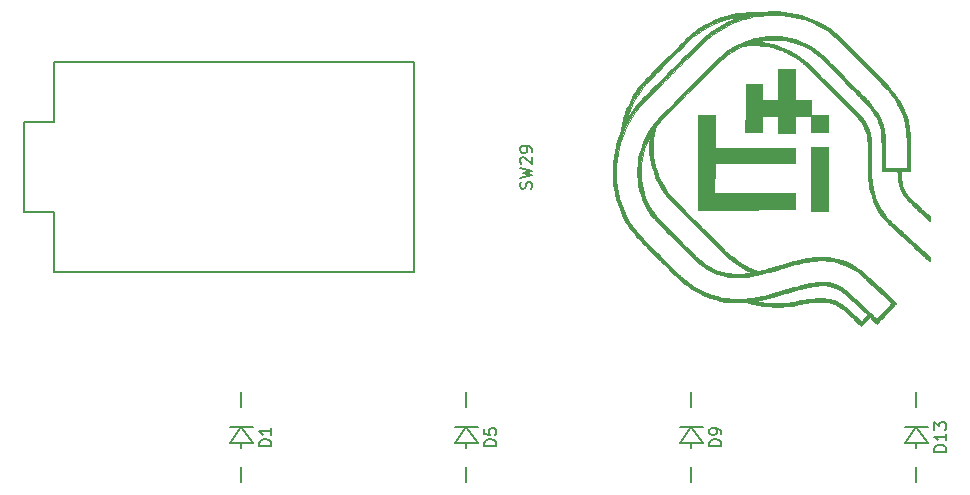
<source format=gto>
G04 #@! TF.FileFunction,Legend,Top*
%FSLAX46Y46*%
G04 Gerber Fmt 4.6, Leading zero omitted, Abs format (unit mm)*
G04 Created by KiCad (PCBNEW 4.0.7-e2-6376~58~ubuntu16.04.1) date Fri Dec 22 02:34:49 2017*
%MOMM*%
%LPD*%
G01*
G04 APERTURE LIST*
%ADD10C,0.100000*%
%ADD11C,0.150000*%
%ADD12C,0.010000*%
%ADD13R,1.350000X1.350000*%
%ADD14R,2.000000X2.000000*%
%ADD15O,2.000000X2.000000*%
%ADD16C,2.300000*%
%ADD17C,1.600000*%
%ADD18C,3.000000*%
%ADD19C,2.400000*%
%ADD20C,4.387800*%
%ADD21C,2.101800*%
%ADD22C,1.924000*%
%ADD23C,2.000000*%
G04 APERTURE END LIST*
D10*
D11*
X98425000Y-127470000D02*
X98425000Y-127920000D01*
X98425000Y-126130000D02*
X99425000Y-127470000D01*
X99425000Y-127470000D02*
X97425000Y-127470000D01*
X97425000Y-127470000D02*
X98425000Y-126130000D01*
X97425000Y-126130000D02*
X99425000Y-126130000D01*
X98425000Y-129540000D02*
X98425000Y-130810000D01*
X98425000Y-123190000D02*
X98425000Y-124460000D01*
X117475000Y-127470000D02*
X117475000Y-127920000D01*
X117475000Y-126130000D02*
X118475000Y-127470000D01*
X118475000Y-127470000D02*
X116475000Y-127470000D01*
X116475000Y-127470000D02*
X117475000Y-126130000D01*
X116475000Y-126130000D02*
X118475000Y-126130000D01*
X117475000Y-129540000D02*
X117475000Y-130810000D01*
X117475000Y-123190000D02*
X117475000Y-124460000D01*
X136525000Y-127470000D02*
X136525000Y-127920000D01*
X136525000Y-126130000D02*
X137525000Y-127470000D01*
X137525000Y-127470000D02*
X135525000Y-127470000D01*
X135525000Y-127470000D02*
X136525000Y-126130000D01*
X135525000Y-126130000D02*
X137525000Y-126130000D01*
X136525000Y-129540000D02*
X136525000Y-130810000D01*
X136525000Y-123190000D02*
X136525000Y-124460000D01*
X155575000Y-127470000D02*
X155575000Y-127920000D01*
X155575000Y-126130000D02*
X156575000Y-127470000D01*
X156575000Y-127470000D02*
X154575000Y-127470000D01*
X154575000Y-127470000D02*
X155575000Y-126130000D01*
X154575000Y-126130000D02*
X156575000Y-126130000D01*
X155575000Y-129540000D02*
X155575000Y-130810000D01*
X155575000Y-123190000D02*
X155575000Y-124460000D01*
X82550000Y-113030000D02*
X113030000Y-113030000D01*
X82550000Y-113030000D02*
X82550000Y-107950000D01*
X82550000Y-107950000D02*
X80010000Y-107950000D01*
X80010000Y-107950000D02*
X80010000Y-100330000D01*
X80010000Y-100330000D02*
X82550000Y-100330000D01*
X82550000Y-100330000D02*
X82550000Y-95250000D01*
X82550000Y-95250000D02*
X113030000Y-95250000D01*
X113030000Y-95250000D02*
X113030000Y-113030000D01*
D12*
G36*
X143715327Y-90935054D02*
X143920105Y-90940310D01*
X144110101Y-90949464D01*
X144279517Y-90962565D01*
X144320692Y-90966755D01*
X144814474Y-91033253D01*
X145296300Y-91124906D01*
X145765842Y-91241587D01*
X146222774Y-91383171D01*
X146666768Y-91549530D01*
X147097498Y-91740539D01*
X147514637Y-91956072D01*
X147917858Y-92196001D01*
X148306834Y-92460202D01*
X148435959Y-92555669D01*
X148498402Y-92602975D01*
X148556993Y-92647829D01*
X148612950Y-92691377D01*
X148667490Y-92734766D01*
X148721831Y-92779142D01*
X148777191Y-92825652D01*
X148834788Y-92875441D01*
X148895839Y-92929657D01*
X148961562Y-92989445D01*
X149033174Y-93055953D01*
X149111894Y-93130326D01*
X149198940Y-93213711D01*
X149295528Y-93307255D01*
X149402878Y-93412103D01*
X149522206Y-93529403D01*
X149654730Y-93660300D01*
X149801668Y-93805941D01*
X149964238Y-93967472D01*
X150143658Y-94146040D01*
X150341144Y-94342792D01*
X150457658Y-94458925D01*
X150730785Y-94731344D01*
X150984713Y-94984958D01*
X151220379Y-95220738D01*
X151438720Y-95439652D01*
X151640671Y-95642672D01*
X151827170Y-95830768D01*
X151999154Y-96004910D01*
X152157558Y-96166067D01*
X152303319Y-96315211D01*
X152437375Y-96453311D01*
X152560661Y-96581338D01*
X152674115Y-96700261D01*
X152778673Y-96811051D01*
X152875271Y-96914678D01*
X152964847Y-97012112D01*
X153048336Y-97104324D01*
X153126676Y-97192283D01*
X153200802Y-97276959D01*
X153271653Y-97359324D01*
X153340164Y-97440346D01*
X153367042Y-97472500D01*
X153618327Y-97784722D01*
X153844562Y-98088791D01*
X154046926Y-98386970D01*
X154226601Y-98681519D01*
X154384767Y-98974700D01*
X154522603Y-99268775D01*
X154641291Y-99566004D01*
X154742011Y-99868649D01*
X154825943Y-100178972D01*
X154861574Y-100335807D01*
X154890548Y-100478003D01*
X154916507Y-100620151D01*
X154939564Y-100764263D01*
X154959829Y-100912348D01*
X154977412Y-101066419D01*
X154992425Y-101228485D01*
X155004978Y-101400558D01*
X155015182Y-101584649D01*
X155023147Y-101782768D01*
X155028986Y-101996926D01*
X155032808Y-102229135D01*
X155034724Y-102481405D01*
X155034846Y-102755747D01*
X155033283Y-103054172D01*
X155030147Y-103378692D01*
X155029992Y-103392111D01*
X155017611Y-104457500D01*
X154633324Y-104461254D01*
X154249036Y-104465009D01*
X154255485Y-104545921D01*
X154258319Y-104589750D01*
X154261639Y-104654092D01*
X154265083Y-104731247D01*
X154268293Y-104813518D01*
X154269172Y-104838500D01*
X154287678Y-105121912D01*
X154323683Y-105385079D01*
X154378111Y-105630598D01*
X154451886Y-105861068D01*
X154545934Y-106079086D01*
X154661179Y-106287250D01*
X154798546Y-106488160D01*
X154903246Y-106619798D01*
X154930419Y-106651766D01*
X154957979Y-106683212D01*
X154987419Y-106715560D01*
X155020234Y-106750232D01*
X155057919Y-106788650D01*
X155101968Y-106832239D01*
X155153875Y-106882420D01*
X155215135Y-106940616D01*
X155287243Y-107008250D01*
X155371692Y-107086745D01*
X155469978Y-107177524D01*
X155583594Y-107282010D01*
X155714036Y-107401624D01*
X155862797Y-107537792D01*
X155980784Y-107645688D01*
X156689778Y-108293876D01*
X156689778Y-108674041D01*
X156658709Y-108647160D01*
X156622693Y-108615386D01*
X156569110Y-108567265D01*
X156499931Y-108504614D01*
X156417125Y-108429249D01*
X156322664Y-108342987D01*
X156218517Y-108247646D01*
X156106654Y-108145041D01*
X155989046Y-108036991D01*
X155867664Y-107925312D01*
X155744476Y-107811821D01*
X155621455Y-107698335D01*
X155500569Y-107586670D01*
X155383789Y-107478645D01*
X155273085Y-107376075D01*
X155170428Y-107280778D01*
X155077788Y-107194570D01*
X154997135Y-107119268D01*
X154930440Y-107056690D01*
X154879672Y-107008653D01*
X154846802Y-106976972D01*
X154837914Y-106968061D01*
X154650879Y-106759435D01*
X154489815Y-106546580D01*
X154353330Y-106326591D01*
X154240030Y-106096562D01*
X154148523Y-105853587D01*
X154077413Y-105594760D01*
X154025310Y-105317175D01*
X154016457Y-105254778D01*
X154008044Y-105182125D01*
X153999241Y-105088925D01*
X153990557Y-104982539D01*
X153982500Y-104870326D01*
X153975578Y-104759647D01*
X153970300Y-104657861D01*
X153967172Y-104572329D01*
X153966538Y-104531584D01*
X153966334Y-104464556D01*
X152625778Y-104464556D01*
X152625690Y-103360361D01*
X152625303Y-103052774D01*
X152624126Y-102771680D01*
X152622062Y-102515357D01*
X152619011Y-102282086D01*
X152614877Y-102070145D01*
X152609559Y-101877814D01*
X152602960Y-101703371D01*
X152594982Y-101545096D01*
X152585526Y-101401268D01*
X152574494Y-101270166D01*
X152561786Y-101150069D01*
X152547306Y-101039257D01*
X152530955Y-100936008D01*
X152512633Y-100838602D01*
X152492244Y-100745318D01*
X152471360Y-100660837D01*
X152420209Y-100485342D01*
X152358246Y-100312110D01*
X152284254Y-100139225D01*
X152197013Y-99964770D01*
X152095308Y-99786828D01*
X151977919Y-99603482D01*
X151843629Y-99412813D01*
X151691219Y-99212906D01*
X151519473Y-99001843D01*
X151327171Y-98777706D01*
X151146537Y-98575362D01*
X151112447Y-98538797D01*
X151060028Y-98483994D01*
X150990570Y-98412245D01*
X150905362Y-98324846D01*
X150805692Y-98223090D01*
X150692852Y-98108272D01*
X150568130Y-97981687D01*
X150432815Y-97844627D01*
X150288196Y-97698388D01*
X150135564Y-97544263D01*
X149976208Y-97383547D01*
X149811416Y-97217535D01*
X149642479Y-97047519D01*
X149470685Y-96874795D01*
X149297324Y-96700657D01*
X149123686Y-96526399D01*
X148951060Y-96353314D01*
X148780734Y-96182698D01*
X148613999Y-96015845D01*
X148452144Y-95854048D01*
X148296459Y-95698602D01*
X148148232Y-95550802D01*
X148008752Y-95411940D01*
X147879311Y-95283313D01*
X147761196Y-95166213D01*
X147655697Y-95061935D01*
X147564103Y-94971773D01*
X147487705Y-94897022D01*
X147427791Y-94838975D01*
X147385650Y-94798927D01*
X147369389Y-94784037D01*
X147100378Y-94559122D01*
X146816229Y-94348330D01*
X146522896Y-94155729D01*
X146226334Y-93985387D01*
X146119397Y-93930030D01*
X145861117Y-93809658D01*
X145584705Y-93698013D01*
X145299771Y-93598633D01*
X145015925Y-93515061D01*
X144939622Y-93495391D01*
X144715836Y-93443032D01*
X144504844Y-93401432D01*
X144298680Y-93369551D01*
X144089378Y-93346347D01*
X143868972Y-93330776D01*
X143629498Y-93321799D01*
X143608778Y-93321323D01*
X143339322Y-93319491D01*
X143088649Y-93326834D01*
X142848622Y-93344055D01*
X142611104Y-93371859D01*
X142367956Y-93410948D01*
X142201658Y-93443023D01*
X142100144Y-93463849D01*
X142025413Y-93479813D01*
X141976596Y-93491706D01*
X141952828Y-93500320D01*
X141953239Y-93506448D01*
X141976964Y-93510881D01*
X142023134Y-93514411D01*
X142090882Y-93517830D01*
X142118337Y-93519092D01*
X142520939Y-93549795D01*
X142916431Y-93605086D01*
X143308939Y-93685739D01*
X143702586Y-93792531D01*
X143891000Y-93852586D01*
X144300052Y-94003090D01*
X144694662Y-94176991D01*
X145075824Y-94374881D01*
X145444533Y-94597356D01*
X145801783Y-94845008D01*
X146148569Y-95118432D01*
X146438056Y-95373588D01*
X146466010Y-95400226D01*
X146512856Y-95445825D01*
X146577562Y-95509359D01*
X146659096Y-95589800D01*
X146756426Y-95686122D01*
X146868522Y-95797296D01*
X146994351Y-95922296D01*
X147132881Y-96060094D01*
X147283082Y-96209664D01*
X147443920Y-96369978D01*
X147614365Y-96540009D01*
X147793385Y-96718730D01*
X147979948Y-96905114D01*
X148173023Y-97098133D01*
X148371577Y-97296760D01*
X148574579Y-97499969D01*
X148711238Y-97636840D01*
X148983704Y-97909906D01*
X149236506Y-98163510D01*
X149470034Y-98398049D01*
X149684677Y-98613919D01*
X149880825Y-98811516D01*
X150058869Y-98991237D01*
X150219197Y-99153476D01*
X150362200Y-99298631D01*
X150488267Y-99427098D01*
X150597789Y-99539273D01*
X150691156Y-99635551D01*
X150768756Y-99716330D01*
X150830981Y-99782005D01*
X150878219Y-99832973D01*
X150910861Y-99869629D01*
X150924065Y-99885500D01*
X151111022Y-100140101D01*
X151270910Y-100399064D01*
X151404832Y-100665008D01*
X151513886Y-100940550D01*
X151599173Y-101228309D01*
X151661794Y-101530901D01*
X151686243Y-101698778D01*
X151696635Y-101785792D01*
X151705578Y-101871528D01*
X151713141Y-101958573D01*
X151719392Y-102049514D01*
X151724402Y-102146937D01*
X151728238Y-102253429D01*
X151730971Y-102371577D01*
X151732669Y-102503968D01*
X151733401Y-102653188D01*
X151733237Y-102821824D01*
X151732245Y-103012463D01*
X151730496Y-103227692D01*
X151729596Y-103321556D01*
X151727385Y-103587379D01*
X151726369Y-103827669D01*
X151726655Y-104045092D01*
X151728348Y-104242315D01*
X151731554Y-104422007D01*
X151736380Y-104586834D01*
X151742931Y-104739463D01*
X151751312Y-104882562D01*
X151761630Y-105018798D01*
X151773991Y-105150838D01*
X151788501Y-105281350D01*
X151805265Y-105413001D01*
X151815591Y-105487611D01*
X151886665Y-105899598D01*
X151980564Y-106294989D01*
X152097287Y-106673782D01*
X152236834Y-107035978D01*
X152399205Y-107381574D01*
X152584398Y-107710571D01*
X152792413Y-108022966D01*
X153023250Y-108318759D01*
X153276909Y-108597949D01*
X153305894Y-108627334D01*
X153333063Y-108653713D01*
X153379809Y-108697965D01*
X153444876Y-108758927D01*
X153527002Y-108835436D01*
X153624929Y-108926332D01*
X153737398Y-109030451D01*
X153863150Y-109146632D01*
X154000926Y-109273714D01*
X154149466Y-109410533D01*
X154307512Y-109555929D01*
X154473803Y-109708738D01*
X154647082Y-109867799D01*
X154826089Y-110031951D01*
X155009564Y-110200030D01*
X155071499Y-110256729D01*
X156689778Y-111737957D01*
X156689778Y-111927096D01*
X156689551Y-112002993D01*
X156688497Y-112054587D01*
X156686058Y-112085796D01*
X156681673Y-112100538D01*
X156674784Y-112102731D01*
X156665546Y-112096867D01*
X156649822Y-112083094D01*
X156614649Y-112051468D01*
X156561368Y-112003218D01*
X156491322Y-111939574D01*
X156405854Y-111861765D01*
X156306306Y-111771020D01*
X156194021Y-111668570D01*
X156070342Y-111555643D01*
X155936611Y-111433470D01*
X155794171Y-111303279D01*
X155644364Y-111166300D01*
X155488534Y-111023762D01*
X155328022Y-110876896D01*
X155164172Y-110726930D01*
X154998326Y-110575095D01*
X154831826Y-110422619D01*
X154666016Y-110270732D01*
X154502238Y-110120663D01*
X154341834Y-109973643D01*
X154186147Y-109830900D01*
X154036520Y-109693664D01*
X153894296Y-109563165D01*
X153760816Y-109440631D01*
X153637424Y-109327294D01*
X153525463Y-109224381D01*
X153426274Y-109133123D01*
X153341201Y-109054748D01*
X153271586Y-108990488D01*
X153218772Y-108941570D01*
X153184101Y-108909224D01*
X153171287Y-108897044D01*
X152902385Y-108615668D01*
X152656265Y-108317656D01*
X152432956Y-108003070D01*
X152232487Y-107671973D01*
X152054889Y-107324430D01*
X151900191Y-106960503D01*
X151768423Y-106580254D01*
X151659616Y-106183748D01*
X151573799Y-105771047D01*
X151518372Y-105402945D01*
X151506812Y-105309998D01*
X151496586Y-105225127D01*
X151487612Y-105146024D01*
X151479806Y-105070381D01*
X151473084Y-104995890D01*
X151467362Y-104920242D01*
X151462558Y-104841130D01*
X151458588Y-104756245D01*
X151455368Y-104663280D01*
X151452815Y-104559925D01*
X151450845Y-104443874D01*
X151449375Y-104312817D01*
X151448322Y-104164447D01*
X151447601Y-103996455D01*
X151447130Y-103806534D01*
X151446824Y-103592375D01*
X151446659Y-103420334D01*
X151446412Y-103189745D01*
X151446051Y-102985236D01*
X151445515Y-102804668D01*
X151444743Y-102645898D01*
X151443673Y-102506785D01*
X151442244Y-102385187D01*
X151440396Y-102278965D01*
X151438067Y-102185975D01*
X151435197Y-102104078D01*
X151431723Y-102031132D01*
X151427586Y-101964995D01*
X151422723Y-101903526D01*
X151417074Y-101844584D01*
X151410578Y-101786028D01*
X151403173Y-101725717D01*
X151396930Y-101677611D01*
X151345876Y-101389552D01*
X151270080Y-101108429D01*
X151170758Y-100837774D01*
X151049127Y-100581118D01*
X150972844Y-100446679D01*
X150950541Y-100409726D01*
X150929437Y-100375067D01*
X150908724Y-100341850D01*
X150887594Y-100309225D01*
X150865236Y-100276339D01*
X150840843Y-100242343D01*
X150813606Y-100206384D01*
X150782716Y-100167611D01*
X150747364Y-100125174D01*
X150706741Y-100078221D01*
X150660038Y-100025900D01*
X150606448Y-99967361D01*
X150545159Y-99901752D01*
X150475365Y-99828222D01*
X150396256Y-99745921D01*
X150307024Y-99653995D01*
X150206859Y-99551596D01*
X150094952Y-99437870D01*
X149970496Y-99311967D01*
X149832681Y-99173036D01*
X149680698Y-99020226D01*
X149513738Y-98852685D01*
X149330993Y-98669562D01*
X149131654Y-98470005D01*
X148914913Y-98253165D01*
X148679959Y-98018189D01*
X148425984Y-97764225D01*
X148386875Y-97725118D01*
X148174066Y-97512428D01*
X147965448Y-97304138D01*
X147761982Y-97101201D01*
X147564630Y-96904568D01*
X147374352Y-96715191D01*
X147192112Y-96534022D01*
X147018869Y-96362011D01*
X146855586Y-96200110D01*
X146703224Y-96049272D01*
X146562744Y-95910446D01*
X146435109Y-95784586D01*
X146321279Y-95672643D01*
X146222215Y-95575568D01*
X146138880Y-95494313D01*
X146072235Y-95429829D01*
X146023241Y-95383067D01*
X145992860Y-95354981D01*
X145986500Y-95349488D01*
X145641102Y-95080049D01*
X145288459Y-94836185D01*
X145068099Y-94698817D01*
X144978837Y-94647625D01*
X144870291Y-94588930D01*
X144748541Y-94525727D01*
X144619664Y-94461011D01*
X144489740Y-94397780D01*
X144364848Y-94339029D01*
X144251067Y-94287754D01*
X144154475Y-94246951D01*
X144137945Y-94240385D01*
X143737314Y-94097843D01*
X143333421Y-93982873D01*
X142926996Y-93895567D01*
X142518771Y-93836022D01*
X142109476Y-93804330D01*
X141699842Y-93800587D01*
X141290600Y-93824887D01*
X141089945Y-93847122D01*
X140993903Y-93859933D01*
X140918318Y-93872052D01*
X140855578Y-93885742D01*
X140798072Y-93903269D01*
X140738190Y-93926894D01*
X140668320Y-93958881D01*
X140596056Y-93994011D01*
X140248034Y-94178225D01*
X139907028Y-94385422D01*
X139570525Y-94617247D01*
X139236013Y-94875347D01*
X139177889Y-94923009D01*
X139152138Y-94946050D01*
X139107546Y-94988038D01*
X139045174Y-95047913D01*
X138966086Y-95124614D01*
X138871344Y-95217082D01*
X138762010Y-95324254D01*
X138639149Y-95445072D01*
X138503821Y-95578475D01*
X138357091Y-95723402D01*
X138200021Y-95878792D01*
X138033673Y-96043587D01*
X137859110Y-96216724D01*
X137677394Y-96397145D01*
X137489590Y-96583787D01*
X137296758Y-96775592D01*
X137099963Y-96971498D01*
X136900266Y-97170445D01*
X136698730Y-97371373D01*
X136496419Y-97573221D01*
X136294394Y-97774929D01*
X136093718Y-97975437D01*
X135895455Y-98173684D01*
X135700666Y-98368610D01*
X135510415Y-98559153D01*
X135325765Y-98744255D01*
X135147777Y-98922855D01*
X134977515Y-99093891D01*
X134816041Y-99256305D01*
X134664418Y-99409035D01*
X134523709Y-99551020D01*
X134394976Y-99681201D01*
X134279282Y-99798518D01*
X134177691Y-99901909D01*
X134091263Y-99990314D01*
X134021063Y-100062674D01*
X133968153Y-100117927D01*
X133933596Y-100155013D01*
X133926111Y-100163415D01*
X133848171Y-100254218D01*
X133770583Y-100347147D01*
X133696447Y-100438289D01*
X133628862Y-100523732D01*
X133570925Y-100599560D01*
X133525737Y-100661860D01*
X133497770Y-100704395D01*
X133475576Y-100752308D01*
X133450746Y-100824568D01*
X133424099Y-100917514D01*
X133396456Y-101027483D01*
X133368641Y-101150814D01*
X133341472Y-101283844D01*
X133315772Y-101422912D01*
X133292363Y-101564355D01*
X133272064Y-101704512D01*
X133270023Y-101719945D01*
X133259645Y-101821534D01*
X133251641Y-101945889D01*
X133245991Y-102087652D01*
X133242672Y-102241469D01*
X133241663Y-102401984D01*
X133242942Y-102563841D01*
X133246487Y-102721685D01*
X133252278Y-102870161D01*
X133260292Y-103003912D01*
X133270508Y-103117582D01*
X133275835Y-103160880D01*
X133347879Y-103590341D01*
X133444876Y-104007351D01*
X133567054Y-104412384D01*
X133714645Y-104805913D01*
X133887878Y-105188413D01*
X134086984Y-105560357D01*
X134312194Y-105922219D01*
X134563737Y-106274473D01*
X134841844Y-106617592D01*
X135089120Y-106891667D01*
X135130018Y-106934319D01*
X135188927Y-106994806D01*
X135264679Y-107071965D01*
X135356104Y-107164629D01*
X135462034Y-107271633D01*
X135581298Y-107391811D01*
X135712729Y-107523999D01*
X135855156Y-107667031D01*
X136007410Y-107819742D01*
X136168323Y-107980966D01*
X136336725Y-108149539D01*
X136511447Y-108324294D01*
X136691320Y-108504066D01*
X136875174Y-108687691D01*
X137061841Y-108874003D01*
X137250151Y-109061836D01*
X137438935Y-109250025D01*
X137627024Y-109437405D01*
X137813249Y-109622811D01*
X137996441Y-109805076D01*
X138175430Y-109983037D01*
X138349047Y-110155527D01*
X138516123Y-110321382D01*
X138675489Y-110479435D01*
X138825976Y-110628522D01*
X138966415Y-110767477D01*
X139095636Y-110895135D01*
X139212470Y-111010331D01*
X139315748Y-111111899D01*
X139404301Y-111198674D01*
X139476960Y-111269491D01*
X139532555Y-111323183D01*
X139569918Y-111358587D01*
X139580517Y-111368282D01*
X139877478Y-111625257D01*
X140166525Y-111857795D01*
X140450190Y-112067677D01*
X140731004Y-112256685D01*
X141011500Y-112426599D01*
X141294210Y-112579200D01*
X141322778Y-112593615D01*
X141432176Y-112646839D01*
X141546488Y-112699522D01*
X141662021Y-112750209D01*
X141775082Y-112797448D01*
X141881979Y-112839783D01*
X141979019Y-112875760D01*
X142062510Y-112903925D01*
X142128758Y-112922824D01*
X142174070Y-112931001D01*
X142179991Y-112931223D01*
X142215436Y-112927105D01*
X142276067Y-112915072D01*
X142360124Y-112895603D01*
X142465848Y-112869179D01*
X142591480Y-112836277D01*
X142735261Y-112797379D01*
X142895430Y-112752964D01*
X143070230Y-112703510D01*
X143257901Y-112649499D01*
X143456683Y-112591410D01*
X143664818Y-112529721D01*
X143787663Y-112492923D01*
X144098221Y-112400076D01*
X144384180Y-112315791D01*
X144647665Y-112239567D01*
X144890804Y-112170905D01*
X145115724Y-112109301D01*
X145324552Y-112054257D01*
X145519415Y-112005270D01*
X145702439Y-111961839D01*
X145875753Y-111923464D01*
X146041482Y-111889643D01*
X146201755Y-111859876D01*
X146358697Y-111833662D01*
X146514437Y-111810498D01*
X146671100Y-111789886D01*
X146830814Y-111771323D01*
X146868445Y-111767265D01*
X147271402Y-111737616D01*
X147669627Y-111734643D01*
X148062081Y-111758073D01*
X148447729Y-111807634D01*
X148825533Y-111883050D01*
X149194458Y-111984050D01*
X149553466Y-112110361D01*
X149901520Y-112261708D01*
X150237585Y-112437819D01*
X150560623Y-112638420D01*
X150787734Y-112800253D01*
X150822055Y-112826237D01*
X150855056Y-112851577D01*
X150887892Y-112877325D01*
X150921717Y-112904535D01*
X150957685Y-112934258D01*
X150996953Y-112967546D01*
X151040673Y-113005453D01*
X151090001Y-113049031D01*
X151146091Y-113099332D01*
X151210098Y-113157408D01*
X151283177Y-113224313D01*
X151366481Y-113301098D01*
X151461165Y-113388817D01*
X151568385Y-113488521D01*
X151689294Y-113601263D01*
X151825048Y-113728096D01*
X151976800Y-113870071D01*
X152145706Y-114028242D01*
X152332919Y-114203661D01*
X152531995Y-114390256D01*
X153855146Y-115630568D01*
X153806952Y-115681423D01*
X153789715Y-115699870D01*
X153754940Y-115737313D01*
X153704234Y-115792014D01*
X153639206Y-115862235D01*
X153561464Y-115946238D01*
X153472616Y-116042285D01*
X153374271Y-116148637D01*
X153268035Y-116263557D01*
X153155519Y-116385306D01*
X153038329Y-116512147D01*
X153035282Y-116515445D01*
X152918119Y-116642247D01*
X152805675Y-116763887D01*
X152699548Y-116878642D01*
X152601334Y-116984786D01*
X152512630Y-117080596D01*
X152435034Y-117164347D01*
X152370143Y-117234314D01*
X152319553Y-117288773D01*
X152284862Y-117326001D01*
X152267666Y-117344272D01*
X152267421Y-117344525D01*
X152223035Y-117390439D01*
X151927990Y-117114315D01*
X151632944Y-116838191D01*
X151250944Y-117219398D01*
X150868945Y-117600605D01*
X150382111Y-117117997D01*
X150167569Y-116906995D01*
X149969716Y-116716275D01*
X149786847Y-116544711D01*
X149617259Y-116391181D01*
X149459246Y-116254561D01*
X149311104Y-116133728D01*
X149171127Y-116027559D01*
X149037610Y-115934930D01*
X148908850Y-115854717D01*
X148783140Y-115785798D01*
X148658777Y-115727048D01*
X148534055Y-115677345D01*
X148407269Y-115635564D01*
X148276715Y-115600583D01*
X148140688Y-115571278D01*
X147997483Y-115546525D01*
X147997334Y-115546502D01*
X147909672Y-115536216D01*
X147799273Y-115528458D01*
X147671508Y-115523229D01*
X147531748Y-115520528D01*
X147385365Y-115520355D01*
X147237729Y-115522711D01*
X147094213Y-115527594D01*
X146960187Y-115535006D01*
X146841022Y-115544946D01*
X146826111Y-115546509D01*
X146589153Y-115574926D01*
X146334675Y-115610616D01*
X146071975Y-115652068D01*
X145810355Y-115697770D01*
X145559113Y-115746208D01*
X145423258Y-115774647D01*
X144965025Y-115859347D01*
X144502008Y-115916587D01*
X144035660Y-115946430D01*
X143567434Y-115948943D01*
X143098783Y-115924188D01*
X142631160Y-115872231D01*
X142166018Y-115793136D01*
X141704810Y-115686967D01*
X141381935Y-115595613D01*
X141194147Y-115538291D01*
X140979768Y-115554246D01*
X140879106Y-115560121D01*
X140757841Y-115564592D01*
X140622083Y-115567650D01*
X140477945Y-115569286D01*
X140331535Y-115569491D01*
X140188964Y-115568257D01*
X140056342Y-115565573D01*
X139939781Y-115561431D01*
X139846688Y-115555923D01*
X139403661Y-115507679D01*
X139037382Y-115444184D01*
X141920233Y-115444184D01*
X141922871Y-115447661D01*
X141949221Y-115455407D01*
X141995242Y-115466568D01*
X142056895Y-115480290D01*
X142130139Y-115495717D01*
X142210932Y-115511995D01*
X142295234Y-115528270D01*
X142379004Y-115543686D01*
X142444611Y-115555111D01*
X142856229Y-115614475D01*
X143256889Y-115651386D01*
X143652180Y-115666255D01*
X143926278Y-115663834D01*
X144103333Y-115657611D01*
X144269726Y-115648701D01*
X144430333Y-115636504D01*
X144590030Y-115620420D01*
X144753693Y-115599850D01*
X144926199Y-115574195D01*
X145112422Y-115542856D01*
X145317240Y-115505232D01*
X145491861Y-115471371D01*
X145778912Y-115416240D01*
X146042073Y-115369101D01*
X146284419Y-115329605D01*
X146509020Y-115297406D01*
X146718951Y-115272157D01*
X146917285Y-115253510D01*
X147107093Y-115241119D01*
X147291451Y-115234636D01*
X147473429Y-115233715D01*
X147579483Y-115235602D01*
X147775406Y-115243494D01*
X147949886Y-115257080D01*
X148109318Y-115277407D01*
X148260097Y-115305524D01*
X148408618Y-115342477D01*
X148561274Y-115389314D01*
X148601815Y-115403028D01*
X148756115Y-115461597D01*
X148905168Y-115530076D01*
X149054141Y-115611360D01*
X149208203Y-115708340D01*
X149372522Y-115823910D01*
X149429611Y-115866419D01*
X149513979Y-115931230D01*
X149598425Y-115998770D01*
X149685333Y-116071179D01*
X149777085Y-116150594D01*
X149876063Y-116239155D01*
X149984650Y-116339000D01*
X150105228Y-116452267D01*
X150240181Y-116581094D01*
X150391890Y-116727620D01*
X150425419Y-116760177D01*
X150518221Y-116850222D01*
X150604758Y-116933924D01*
X150682944Y-117009286D01*
X150750694Y-117074310D01*
X150805921Y-117126995D01*
X150846539Y-117165344D01*
X150870463Y-117187359D01*
X150876136Y-117191979D01*
X150887593Y-117182607D01*
X150916301Y-117155762D01*
X150959629Y-117114003D01*
X151014946Y-117059886D01*
X151079622Y-116995970D01*
X151151026Y-116924814D01*
X151156118Y-116919718D01*
X151428908Y-116646659D01*
X150471593Y-115749627D01*
X150330000Y-115617106D01*
X150192116Y-115488358D01*
X150059616Y-115364931D01*
X149934176Y-115248371D01*
X149817473Y-115140228D01*
X149711182Y-115042048D01*
X149616978Y-114955380D01*
X149536538Y-114881772D01*
X149471538Y-114822770D01*
X149423653Y-114779924D01*
X149394559Y-114754780D01*
X149393546Y-114753948D01*
X149165580Y-114583177D01*
X148933438Y-114440110D01*
X148696517Y-114324455D01*
X148454215Y-114235923D01*
X148205930Y-114174222D01*
X148186856Y-114170632D01*
X148132167Y-114161138D01*
X148080574Y-114153762D01*
X148027355Y-114148238D01*
X147967791Y-114144305D01*
X147897158Y-114141700D01*
X147810736Y-114140159D01*
X147703804Y-114139420D01*
X147623389Y-114139247D01*
X147494025Y-114139485D01*
X147387235Y-114140672D01*
X147297382Y-114143085D01*
X147218826Y-114147000D01*
X147145928Y-114152695D01*
X147073049Y-114160446D01*
X146999515Y-114169854D01*
X146864721Y-114189271D01*
X146728468Y-114211335D01*
X146588690Y-114236558D01*
X146443324Y-114265452D01*
X146290306Y-114298527D01*
X146127572Y-114336297D01*
X145953057Y-114379273D01*
X145764697Y-114427967D01*
X145560429Y-114482891D01*
X145338189Y-114544556D01*
X145095911Y-114613475D01*
X144831533Y-114690159D01*
X144542990Y-114775121D01*
X144462500Y-114799003D01*
X144179825Y-114882500D01*
X143921267Y-114957781D01*
X143684168Y-115025544D01*
X143465868Y-115086490D01*
X143263709Y-115141318D01*
X143075032Y-115190728D01*
X142897177Y-115235419D01*
X142727486Y-115276090D01*
X142563299Y-115313442D01*
X142401957Y-115348173D01*
X142280066Y-115373154D01*
X142184430Y-115392304D01*
X142097902Y-115409543D01*
X142024344Y-115424109D01*
X141967617Y-115435239D01*
X141931584Y-115442171D01*
X141920233Y-115444184D01*
X139037382Y-115444184D01*
X138967350Y-115432044D01*
X138537882Y-115329066D01*
X138115383Y-115198797D01*
X137699979Y-115041286D01*
X137291796Y-114856583D01*
X136890960Y-114644737D01*
X136497596Y-114405800D01*
X136111831Y-114139820D01*
X135928301Y-114001710D01*
X135871725Y-113957648D01*
X135816700Y-113914049D01*
X135762123Y-113869864D01*
X135706893Y-113824040D01*
X135649907Y-113775527D01*
X135590063Y-113723274D01*
X135526259Y-113666231D01*
X135457393Y-113603345D01*
X135382362Y-113533567D01*
X135300065Y-113455845D01*
X135209399Y-113369129D01*
X135109262Y-113272367D01*
X134998552Y-113164509D01*
X134876166Y-113044503D01*
X134741003Y-112911299D01*
X134591959Y-112763846D01*
X134427934Y-112601093D01*
X134247825Y-112421989D01*
X134050529Y-112225483D01*
X133834945Y-112010524D01*
X133726368Y-111902200D01*
X133545029Y-111721154D01*
X133367405Y-111543613D01*
X133194691Y-111370783D01*
X133028082Y-111203865D01*
X132868773Y-111044066D01*
X132717961Y-110892588D01*
X132576839Y-110750636D01*
X132446604Y-110619413D01*
X132328450Y-110500123D01*
X132223573Y-110393971D01*
X132133169Y-110302160D01*
X132058432Y-110225895D01*
X132000557Y-110166378D01*
X131960741Y-110124815D01*
X131945540Y-110108471D01*
X131633809Y-109744081D01*
X131345872Y-109364705D01*
X131082020Y-108970985D01*
X130842547Y-108563562D01*
X130627747Y-108143079D01*
X130437912Y-107710178D01*
X130273335Y-107265500D01*
X130134309Y-106809689D01*
X130021128Y-106343385D01*
X129934084Y-105867231D01*
X129900838Y-105628723D01*
X129885682Y-105503741D01*
X129873398Y-105391674D01*
X129863703Y-105287239D01*
X129856316Y-105185156D01*
X129850957Y-105080145D01*
X129847345Y-104966926D01*
X129845198Y-104840217D01*
X129844235Y-104694738D01*
X129844126Y-104563334D01*
X129844714Y-104396331D01*
X129844851Y-104383487D01*
X130124324Y-104383487D01*
X130126721Y-104858941D01*
X130155664Y-105331428D01*
X130211252Y-105799004D01*
X130289688Y-106241025D01*
X130398988Y-106700421D01*
X130534384Y-107149802D01*
X130695469Y-107588320D01*
X130881831Y-108015125D01*
X131093063Y-108429367D01*
X131328754Y-108830199D01*
X131588495Y-109216771D01*
X131871877Y-109588234D01*
X131948956Y-109681730D01*
X131996962Y-109737550D01*
X132059950Y-109808550D01*
X132133280Y-109889623D01*
X132212309Y-109975664D01*
X132292398Y-110061568D01*
X132340168Y-110112119D01*
X132387111Y-110160917D01*
X132451458Y-110226908D01*
X132531786Y-110308671D01*
X132626669Y-110404786D01*
X132734681Y-110513832D01*
X132854398Y-110634389D01*
X132984393Y-110765036D01*
X133123241Y-110904352D01*
X133269518Y-111050917D01*
X133421797Y-111203311D01*
X133578654Y-111360113D01*
X133738662Y-111519903D01*
X133900398Y-111681260D01*
X134062435Y-111842763D01*
X134223348Y-112002992D01*
X134381712Y-112160527D01*
X134536101Y-112313946D01*
X134685090Y-112461830D01*
X134827254Y-112602758D01*
X134961168Y-112735310D01*
X135085405Y-112858064D01*
X135198541Y-112969601D01*
X135299151Y-113068499D01*
X135385809Y-113153339D01*
X135457089Y-113222700D01*
X135511567Y-113275161D01*
X135547817Y-113309302D01*
X135552345Y-113313436D01*
X135918724Y-113628895D01*
X136291020Y-113916785D01*
X136669342Y-114177155D01*
X137053796Y-114410052D01*
X137444489Y-114615524D01*
X137841529Y-114793621D01*
X138245023Y-114944391D01*
X138655079Y-115067882D01*
X139071803Y-115164142D01*
X139495303Y-115233220D01*
X139897556Y-115273265D01*
X140022138Y-115279941D01*
X140166864Y-115284407D01*
X140323743Y-115286660D01*
X140484783Y-115286700D01*
X140641994Y-115284524D01*
X140787384Y-115280131D01*
X140912961Y-115273519D01*
X140913556Y-115273479D01*
X141120421Y-115257327D01*
X141325373Y-115237136D01*
X141530667Y-115212426D01*
X141738553Y-115182717D01*
X141951285Y-115147529D01*
X142171115Y-115106382D01*
X142400294Y-115058797D01*
X142641076Y-115004294D01*
X142895713Y-114942393D01*
X143166458Y-114872614D01*
X143455561Y-114794477D01*
X143765277Y-114707503D01*
X144097858Y-114611212D01*
X144293167Y-114553564D01*
X144601040Y-114462590D01*
X144883969Y-114380000D01*
X145143816Y-114305352D01*
X145382444Y-114238206D01*
X145601715Y-114178121D01*
X145803494Y-114124656D01*
X145989642Y-114077372D01*
X146162023Y-114035827D01*
X146322498Y-113999581D01*
X146472932Y-113968192D01*
X146615186Y-113941221D01*
X146751124Y-113918227D01*
X146882609Y-113898769D01*
X147011503Y-113882406D01*
X147139668Y-113868698D01*
X147219498Y-113861346D01*
X147313319Y-113855319D01*
X147423728Y-113851678D01*
X147545112Y-113850303D01*
X147671853Y-113851071D01*
X147798336Y-113853858D01*
X147918944Y-113858543D01*
X148028061Y-113865002D01*
X148120072Y-113873114D01*
X148187834Y-113882475D01*
X148452701Y-113941549D01*
X148701693Y-114020329D01*
X148938685Y-114120609D01*
X149167553Y-114244181D01*
X149392169Y-114392839D01*
X149547967Y-114511997D01*
X149575634Y-114535666D01*
X149622415Y-114577364D01*
X149686881Y-114635766D01*
X149767602Y-114709551D01*
X149863151Y-114797394D01*
X149972096Y-114897974D01*
X150093011Y-115009966D01*
X150224464Y-115132049D01*
X150365028Y-115262898D01*
X150513273Y-115401191D01*
X150667770Y-115545605D01*
X150827090Y-115694816D01*
X150939500Y-115800266D01*
X151098621Y-115949502D01*
X151252134Y-116093213D01*
X151398776Y-116230232D01*
X151537284Y-116359390D01*
X151666396Y-116479519D01*
X151784848Y-116589450D01*
X151891380Y-116688015D01*
X151984727Y-116774044D01*
X152063628Y-116846370D01*
X152126820Y-116903824D01*
X152173039Y-116945238D01*
X152201024Y-116969443D01*
X152209500Y-116975626D01*
X152221335Y-116964930D01*
X152250692Y-116935289D01*
X152295911Y-116888456D01*
X152355330Y-116826186D01*
X152427288Y-116750233D01*
X152510125Y-116662351D01*
X152602180Y-116564295D01*
X152701791Y-116457819D01*
X152807298Y-116344678D01*
X152833161Y-116316889D01*
X152939605Y-116202274D01*
X153040163Y-116093598D01*
X153133212Y-115992643D01*
X153217126Y-115901190D01*
X153290281Y-115821020D01*
X153351054Y-115753916D01*
X153397819Y-115701658D01*
X153428952Y-115666028D01*
X153442830Y-115648808D01*
X153443412Y-115647611D01*
X153433424Y-115636123D01*
X153404242Y-115606828D01*
X153357357Y-115561123D01*
X153294257Y-115500401D01*
X153216433Y-115426059D01*
X153125374Y-115339491D01*
X153022572Y-115242092D01*
X152909514Y-115135257D01*
X152787692Y-115020382D01*
X152658595Y-114898861D01*
X152523713Y-114772090D01*
X152384535Y-114641463D01*
X152242553Y-114508376D01*
X152099255Y-114374223D01*
X151956131Y-114240400D01*
X151814672Y-114108301D01*
X151676367Y-113979323D01*
X151542706Y-113854859D01*
X151415178Y-113736305D01*
X151295275Y-113625055D01*
X151184485Y-113522506D01*
X151084298Y-113430052D01*
X150996205Y-113349088D01*
X150921695Y-113281009D01*
X150862258Y-113227210D01*
X150819384Y-113189086D01*
X150800324Y-113172722D01*
X150508736Y-112948194D01*
X150201682Y-112746728D01*
X149880601Y-112568790D01*
X149546933Y-112414844D01*
X149202119Y-112285355D01*
X148847598Y-112180788D01*
X148484811Y-112101609D01*
X148115197Y-112048280D01*
X147740197Y-112021269D01*
X147361250Y-112021038D01*
X147248448Y-112026180D01*
X147066021Y-112038040D01*
X146887238Y-112053156D01*
X146709857Y-112072007D01*
X146531634Y-112095074D01*
X146350328Y-112122835D01*
X146163696Y-112155769D01*
X145969494Y-112194357D01*
X145765481Y-112239076D01*
X145549412Y-112290406D01*
X145319046Y-112348826D01*
X145072140Y-112414817D01*
X144806450Y-112488856D01*
X144519735Y-112571423D01*
X144209751Y-112662998D01*
X144064633Y-112706501D01*
X143740355Y-112803401D01*
X143440652Y-112891417D01*
X143163470Y-112971013D01*
X142906755Y-113042654D01*
X142668454Y-113106805D01*
X142446512Y-113163932D01*
X142238877Y-113214500D01*
X142043493Y-113258974D01*
X141858309Y-113297819D01*
X141681269Y-113331500D01*
X141510320Y-113360483D01*
X141343409Y-113385232D01*
X141178482Y-113406213D01*
X141013484Y-113423891D01*
X140846363Y-113438731D01*
X140823954Y-113440509D01*
X140720191Y-113446448D01*
X140597015Y-113449940D01*
X140460583Y-113451106D01*
X140317056Y-113450067D01*
X140172593Y-113446945D01*
X140033352Y-113441860D01*
X139905493Y-113434933D01*
X139795175Y-113426287D01*
X139729449Y-113418983D01*
X139397714Y-113365349D01*
X139078916Y-113292857D01*
X138770809Y-113200443D01*
X138471144Y-113087044D01*
X138177674Y-112951597D01*
X137888152Y-112793039D01*
X137600330Y-112610307D01*
X137311960Y-112402337D01*
X137020795Y-112168067D01*
X136941375Y-112100137D01*
X136909655Y-112071285D01*
X136859579Y-112023880D01*
X136792475Y-111959252D01*
X136709671Y-111878727D01*
X136612494Y-111783633D01*
X136502272Y-111675298D01*
X136380333Y-111555049D01*
X136248005Y-111424214D01*
X136106616Y-111284121D01*
X135957493Y-111136097D01*
X135801964Y-110981470D01*
X135641357Y-110821568D01*
X135476999Y-110657717D01*
X135310220Y-110491247D01*
X135142345Y-110323484D01*
X134974704Y-110155756D01*
X134808624Y-109989391D01*
X134645432Y-109825716D01*
X134486457Y-109666060D01*
X134333026Y-109511748D01*
X134186467Y-109364111D01*
X134048108Y-109224474D01*
X133919277Y-109094166D01*
X133801301Y-108974513D01*
X133695508Y-108866845D01*
X133603226Y-108772488D01*
X133525783Y-108692771D01*
X133464507Y-108629020D01*
X133420725Y-108582563D01*
X133396885Y-108556058D01*
X133138385Y-108231227D01*
X132905609Y-107896413D01*
X132698207Y-107550805D01*
X132515831Y-107193590D01*
X132358131Y-106823956D01*
X132224758Y-106441091D01*
X132115364Y-106044183D01*
X132029598Y-105632420D01*
X131971370Y-105240667D01*
X131962012Y-105142227D01*
X131954694Y-105021081D01*
X131949413Y-104882670D01*
X131946168Y-104732436D01*
X131944965Y-104576754D01*
X132228680Y-104576754D01*
X132229472Y-104726372D01*
X132232291Y-104867936D01*
X132237170Y-104995454D01*
X132244141Y-105102931D01*
X132247095Y-105134834D01*
X132302889Y-105549454D01*
X132384363Y-105952373D01*
X132491512Y-106343583D01*
X132624335Y-106723077D01*
X132782828Y-107090847D01*
X132966987Y-107446884D01*
X133176810Y-107791181D01*
X133412293Y-108123730D01*
X133524881Y-108267377D01*
X133549223Y-108295109D01*
X133592284Y-108341417D01*
X133652763Y-108404993D01*
X133729353Y-108484525D01*
X133820750Y-108578705D01*
X133925652Y-108686221D01*
X134042752Y-108805763D01*
X134170747Y-108936023D01*
X134308332Y-109075689D01*
X134454204Y-109223451D01*
X134607057Y-109377999D01*
X134765588Y-109538024D01*
X134928492Y-109702216D01*
X135094465Y-109869263D01*
X135262203Y-110037857D01*
X135430401Y-110206686D01*
X135597754Y-110374441D01*
X135762960Y-110539813D01*
X135924713Y-110701490D01*
X136081709Y-110858163D01*
X136232643Y-111008522D01*
X136376212Y-111151256D01*
X136511111Y-111285056D01*
X136636036Y-111408611D01*
X136749683Y-111520611D01*
X136850746Y-111619747D01*
X136937923Y-111704708D01*
X137009908Y-111774185D01*
X137065397Y-111826866D01*
X137103087Y-111861443D01*
X137103556Y-111861858D01*
X137386222Y-112099829D01*
X137665953Y-112311115D01*
X137945090Y-112496755D01*
X138225974Y-112657789D01*
X138510946Y-112795254D01*
X138802347Y-112910192D01*
X139102518Y-113003641D01*
X139413801Y-113076640D01*
X139738536Y-113130228D01*
X140031611Y-113161687D01*
X140093577Y-113165131D01*
X140177354Y-113167378D01*
X140276558Y-113168468D01*
X140384805Y-113168445D01*
X140495709Y-113167351D01*
X140602889Y-113165227D01*
X140699959Y-113162116D01*
X140780534Y-113158060D01*
X140801374Y-113156602D01*
X140873432Y-113150296D01*
X140961057Y-113141379D01*
X141058979Y-113130511D01*
X141161927Y-113118353D01*
X141264631Y-113105566D01*
X141361819Y-113092811D01*
X141448220Y-113080750D01*
X141518565Y-113070042D01*
X141567581Y-113061350D01*
X141576778Y-113059364D01*
X141626167Y-113047946D01*
X141569723Y-113023332D01*
X141277745Y-112889203D01*
X141000957Y-112747459D01*
X140733601Y-112594633D01*
X140469917Y-112427259D01*
X140204146Y-112241870D01*
X139939889Y-112042319D01*
X139887251Y-112001069D01*
X139836688Y-111961064D01*
X139787327Y-111921462D01*
X139738299Y-111881423D01*
X139688732Y-111840106D01*
X139637755Y-111796669D01*
X139584498Y-111750272D01*
X139528088Y-111700074D01*
X139467656Y-111645233D01*
X139402329Y-111584909D01*
X139331238Y-111518260D01*
X139253511Y-111444447D01*
X139168276Y-111362627D01*
X139074664Y-111271960D01*
X138971802Y-111171604D01*
X138858820Y-111060720D01*
X138734847Y-110938465D01*
X138599012Y-110803999D01*
X138450444Y-110656481D01*
X138288271Y-110495070D01*
X138111623Y-110318924D01*
X137919629Y-110127204D01*
X137711418Y-109919067D01*
X137486118Y-109693673D01*
X137242858Y-109450182D01*
X136980769Y-109187751D01*
X136911768Y-109118651D01*
X136658062Y-108864547D01*
X136423451Y-108629492D01*
X136207069Y-108412581D01*
X136008048Y-108212914D01*
X135825522Y-108029588D01*
X135658624Y-107861701D01*
X135506486Y-107708350D01*
X135368242Y-107568634D01*
X135243025Y-107441649D01*
X135129968Y-107326495D01*
X135028203Y-107222269D01*
X134936864Y-107128068D01*
X134855085Y-107042991D01*
X134781997Y-106966135D01*
X134716734Y-106896598D01*
X134658429Y-106833478D01*
X134606216Y-106775873D01*
X134559226Y-106722880D01*
X134516594Y-106673597D01*
X134477452Y-106627123D01*
X134440933Y-106582554D01*
X134406170Y-106538989D01*
X134372297Y-106495525D01*
X134338446Y-106451261D01*
X134303750Y-106405293D01*
X134301493Y-106402290D01*
X134057497Y-106055269D01*
X133836439Y-105695114D01*
X133638760Y-105323418D01*
X133464901Y-104941773D01*
X133315304Y-104551773D01*
X133190411Y-104155009D01*
X133090663Y-103753075D01*
X133016502Y-103347563D01*
X132968368Y-102940066D01*
X132946703Y-102532177D01*
X132951949Y-102125487D01*
X132984547Y-101721591D01*
X132990471Y-101672153D01*
X132998336Y-101605335D01*
X133004095Y-101549463D01*
X133007239Y-101510043D01*
X133007259Y-101492582D01*
X133007083Y-101492269D01*
X132999066Y-101501949D01*
X132981356Y-101533582D01*
X132955762Y-101583346D01*
X132924092Y-101647419D01*
X132888152Y-101721982D01*
X132849751Y-101803212D01*
X132810697Y-101887289D01*
X132772797Y-101970392D01*
X132737858Y-102048699D01*
X132707690Y-102118391D01*
X132685745Y-102171500D01*
X132542553Y-102568128D01*
X132424448Y-102977152D01*
X132331679Y-103397566D01*
X132264493Y-103828366D01*
X132253926Y-103917655D01*
X132245094Y-104017631D01*
X132238120Y-104139522D01*
X132233037Y-104277336D01*
X132229879Y-104425078D01*
X132228680Y-104576754D01*
X131944965Y-104576754D01*
X131944957Y-104575821D01*
X131945778Y-104418267D01*
X131948628Y-104265215D01*
X131953507Y-104122108D01*
X131960411Y-103994387D01*
X131969340Y-103887493D01*
X131971867Y-103864834D01*
X132031972Y-103455795D01*
X132113996Y-103053821D01*
X132216769Y-102664144D01*
X132297255Y-102410774D01*
X132441646Y-102022583D01*
X132605745Y-101648574D01*
X132791054Y-101286142D01*
X132999071Y-100932679D01*
X133231297Y-100585580D01*
X133489232Y-100242239D01*
X133677605Y-100012500D01*
X133703894Y-99983332D01*
X133749148Y-99935367D01*
X133812292Y-99869679D01*
X133892252Y-99787343D01*
X133987953Y-99689434D01*
X134098320Y-99577026D01*
X134222277Y-99451193D01*
X134358751Y-99313011D01*
X134506665Y-99163552D01*
X134664945Y-99003893D01*
X134832516Y-98835107D01*
X135008303Y-98658269D01*
X135191231Y-98474453D01*
X135380225Y-98284733D01*
X135574211Y-98090186D01*
X135772113Y-97891883D01*
X135972855Y-97690901D01*
X136175365Y-97488314D01*
X136378565Y-97285196D01*
X136581382Y-97082622D01*
X136782741Y-96881665D01*
X136981566Y-96683402D01*
X137176782Y-96488905D01*
X137367315Y-96299250D01*
X137552090Y-96115511D01*
X137730031Y-95938762D01*
X137900065Y-95770079D01*
X138061115Y-95610534D01*
X138212106Y-95461204D01*
X138351965Y-95323162D01*
X138479616Y-95197483D01*
X138593983Y-95085242D01*
X138693993Y-94987512D01*
X138778570Y-94905369D01*
X138846639Y-94839886D01*
X138897125Y-94792138D01*
X138928953Y-94763201D01*
X138930945Y-94761488D01*
X139281625Y-94478156D01*
X139638288Y-94221701D01*
X140002760Y-93991087D01*
X140376869Y-93785274D01*
X140762440Y-93603228D01*
X141161299Y-93443909D01*
X141391287Y-93364186D01*
X141613190Y-93296280D01*
X141849276Y-93233125D01*
X142090897Y-93176670D01*
X142329406Y-93128863D01*
X142556156Y-93091652D01*
X142663334Y-93077520D01*
X142873927Y-93056785D01*
X143100455Y-93042434D01*
X143334734Y-93034593D01*
X143568583Y-93033387D01*
X143793817Y-93038941D01*
X144002253Y-93051379D01*
X144057804Y-93056236D01*
X144469888Y-93108744D01*
X144874332Y-93187378D01*
X145269891Y-93291612D01*
X145655321Y-93420914D01*
X146029377Y-93574758D01*
X146390816Y-93752612D01*
X146738392Y-93953950D01*
X147070862Y-94178241D01*
X147386979Y-94424957D01*
X147493593Y-94516565D01*
X147526255Y-94546612D01*
X147577483Y-94595460D01*
X147646006Y-94661835D01*
X147730554Y-94744463D01*
X147829857Y-94842071D01*
X147942643Y-94953383D01*
X148067643Y-95077126D01*
X148203587Y-95212025D01*
X148349203Y-95356807D01*
X148503223Y-95510197D01*
X148664374Y-95670921D01*
X148831388Y-95837704D01*
X149002993Y-96009273D01*
X149177920Y-96184354D01*
X149354898Y-96361672D01*
X149532656Y-96539953D01*
X149709924Y-96717922D01*
X149885433Y-96894307D01*
X150057911Y-97067832D01*
X150226088Y-97237224D01*
X150388694Y-97401207D01*
X150544458Y-97558509D01*
X150692111Y-97707855D01*
X150830381Y-97847970D01*
X150957999Y-97977581D01*
X151073694Y-98095413D01*
X151176196Y-98200193D01*
X151264235Y-98290645D01*
X151336539Y-98365496D01*
X151391839Y-98423472D01*
X151428864Y-98463298D01*
X151432500Y-98467334D01*
X151647433Y-98712403D01*
X151840306Y-98943568D01*
X152012315Y-99162910D01*
X152164661Y-99372508D01*
X152298540Y-99574444D01*
X152415150Y-99770798D01*
X152515691Y-99963651D01*
X152601359Y-100155084D01*
X152673352Y-100347177D01*
X152732870Y-100542012D01*
X152781110Y-100741669D01*
X152801577Y-100845056D01*
X152818947Y-100944948D01*
X152834433Y-101046923D01*
X152848131Y-101153016D01*
X152860135Y-101265259D01*
X152870540Y-101385688D01*
X152879441Y-101516337D01*
X152886932Y-101659241D01*
X152893109Y-101816433D01*
X152898065Y-101989949D01*
X152901897Y-102181822D01*
X152904698Y-102394087D01*
X152906563Y-102628778D01*
X152907587Y-102887930D01*
X152907866Y-103127528D01*
X152908000Y-104168223D01*
X154737844Y-104168223D01*
X154746606Y-103240417D01*
X154748956Y-102924909D01*
X154749704Y-102635457D01*
X154748724Y-102369932D01*
X154745892Y-102126205D01*
X154741084Y-101902148D01*
X154734175Y-101695633D01*
X154725039Y-101504532D01*
X154713552Y-101326716D01*
X154699590Y-101160057D01*
X154683027Y-101002427D01*
X154663739Y-100851696D01*
X154641601Y-100705738D01*
X154616488Y-100562423D01*
X154588276Y-100419624D01*
X154578556Y-100373611D01*
X154496813Y-100041241D01*
X154396924Y-99725092D01*
X154276372Y-99417885D01*
X154163852Y-99174663D01*
X154051630Y-98957275D01*
X153930469Y-98742798D01*
X153798706Y-98528959D01*
X153654677Y-98313485D01*
X153496720Y-98094104D01*
X153323172Y-97868544D01*
X153132370Y-97634531D01*
X152922650Y-97389794D01*
X152692351Y-97132059D01*
X152577494Y-97006834D01*
X152540210Y-96967339D01*
X152484734Y-96909789D01*
X152412359Y-96835478D01*
X152324378Y-96745699D01*
X152222083Y-96641746D01*
X152106768Y-96524913D01*
X151979724Y-96396491D01*
X151842244Y-96257776D01*
X151695622Y-96110061D01*
X151541149Y-95954639D01*
X151380118Y-95792803D01*
X151213822Y-95625847D01*
X151043554Y-95455065D01*
X150870606Y-95281750D01*
X150696271Y-95107195D01*
X150521841Y-94932694D01*
X150348610Y-94759541D01*
X150177869Y-94589028D01*
X150010912Y-94422450D01*
X149849031Y-94261100D01*
X149693518Y-94106271D01*
X149545667Y-93959256D01*
X149406770Y-93821350D01*
X149278120Y-93693846D01*
X149161008Y-93578037D01*
X149056729Y-93475217D01*
X148966574Y-93386679D01*
X148891837Y-93313716D01*
X148833810Y-93257623D01*
X148793785Y-93219692D01*
X148782017Y-93208917D01*
X148426905Y-92909104D01*
X148056700Y-92632748D01*
X147672384Y-92380110D01*
X147274941Y-92151449D01*
X146865352Y-91947025D01*
X146444600Y-91767100D01*
X146013666Y-91611932D01*
X145573533Y-91481782D01*
X145125184Y-91376911D01*
X144669601Y-91297579D01*
X144207766Y-91244045D01*
X143740660Y-91216570D01*
X143269268Y-91215415D01*
X142794570Y-91240838D01*
X142317549Y-91293102D01*
X141844889Y-91371359D01*
X141361571Y-91479212D01*
X140886693Y-91613927D01*
X140420622Y-91775324D01*
X139963728Y-91963223D01*
X139516379Y-92177443D01*
X139078943Y-92417802D01*
X138651788Y-92684121D01*
X138235284Y-92976219D01*
X137829797Y-93293914D01*
X137696223Y-93406261D01*
X137671188Y-93429141D01*
X137627297Y-93470964D01*
X137565606Y-93530675D01*
X137487170Y-93607220D01*
X137393048Y-93699544D01*
X137284295Y-93806592D01*
X137161968Y-93927308D01*
X137027123Y-94060639D01*
X136880818Y-94205528D01*
X136724108Y-94360921D01*
X136558051Y-94525763D01*
X136383703Y-94699000D01*
X136202121Y-94879575D01*
X136014361Y-95066434D01*
X135821479Y-95258522D01*
X135624533Y-95454785D01*
X135424580Y-95654167D01*
X135222674Y-95855613D01*
X135019874Y-96058068D01*
X134817236Y-96260478D01*
X134615816Y-96461787D01*
X134416671Y-96660940D01*
X134220858Y-96856883D01*
X134029433Y-97048560D01*
X133843453Y-97234917D01*
X133663974Y-97414898D01*
X133492053Y-97587449D01*
X133328747Y-97751515D01*
X133175112Y-97906040D01*
X133032205Y-98049970D01*
X132901082Y-98182250D01*
X132782800Y-98301824D01*
X132678416Y-98407638D01*
X132588986Y-98498638D01*
X132515567Y-98573767D01*
X132459216Y-98631971D01*
X132420988Y-98672195D01*
X132408627Y-98685652D01*
X132083179Y-99069290D01*
X131780209Y-99469317D01*
X131500363Y-99884595D01*
X131244289Y-100313985D01*
X131012634Y-100756349D01*
X130806046Y-101210549D01*
X130625171Y-101675447D01*
X130507001Y-102029741D01*
X130378178Y-102490875D01*
X130275398Y-102958760D01*
X130198763Y-103431453D01*
X130148371Y-103907010D01*
X130124324Y-104383487D01*
X129844851Y-104383487D01*
X129846242Y-104253408D01*
X129848843Y-104130433D01*
X129852653Y-104023273D01*
X129857805Y-103927797D01*
X129864434Y-103839875D01*
X129869356Y-103787223D01*
X129929912Y-103299218D01*
X130012595Y-102826012D01*
X130118266Y-102363851D01*
X130247788Y-101908978D01*
X130402021Y-101457639D01*
X130406792Y-101444778D01*
X130448698Y-101329133D01*
X130480746Y-101233345D01*
X130504670Y-101151539D01*
X130522206Y-101077839D01*
X130533830Y-101014389D01*
X130614376Y-100583716D01*
X130718862Y-100154068D01*
X130740095Y-100083056D01*
X131029538Y-100083056D01*
X131032895Y-100085729D01*
X131048463Y-100067000D01*
X131074188Y-100029819D01*
X131108015Y-99977136D01*
X131142241Y-99921308D01*
X131195932Y-99833551D01*
X131257222Y-99735694D01*
X131319394Y-99638332D01*
X131375732Y-99552058D01*
X131388258Y-99533253D01*
X131561772Y-99283407D01*
X131746207Y-99036424D01*
X131946107Y-98786411D01*
X132150811Y-98544945D01*
X132176778Y-98516613D01*
X132221696Y-98469454D01*
X132284499Y-98404536D01*
X132364120Y-98322926D01*
X132459491Y-98225690D01*
X132569546Y-98113896D01*
X132693219Y-97988612D01*
X132829441Y-97850903D01*
X132977147Y-97701838D01*
X133135270Y-97542483D01*
X133302742Y-97373906D01*
X133478496Y-97197174D01*
X133661467Y-97013354D01*
X133850586Y-96823512D01*
X134044788Y-96628717D01*
X134243005Y-96430035D01*
X134444170Y-96228534D01*
X134647217Y-96025280D01*
X134851078Y-95821341D01*
X135054687Y-95617784D01*
X135256977Y-95415675D01*
X135456881Y-95216083D01*
X135653332Y-95020075D01*
X135845264Y-94828716D01*
X136031609Y-94643075D01*
X136211300Y-94464219D01*
X136383271Y-94293215D01*
X136546455Y-94131130D01*
X136699785Y-93979031D01*
X136842194Y-93837985D01*
X136972615Y-93709060D01*
X137089982Y-93593322D01*
X137193227Y-93491839D01*
X137281284Y-93405678D01*
X137353085Y-93335906D01*
X137407564Y-93283590D01*
X137443655Y-93249797D01*
X137452660Y-93241743D01*
X137846240Y-92915067D01*
X138246478Y-92615073D01*
X138655325Y-92340617D01*
X139074731Y-92090556D01*
X139506646Y-91863744D01*
X139953021Y-91659038D01*
X140415806Y-91475293D01*
X140539611Y-91430616D01*
X140623364Y-91400727D01*
X140684657Y-91377899D01*
X140722817Y-91361861D01*
X140737169Y-91352340D01*
X140727038Y-91349067D01*
X140691748Y-91351769D01*
X140630625Y-91360175D01*
X140542994Y-91374015D01*
X140440834Y-91390902D01*
X139966579Y-91483965D01*
X139503094Y-91602963D01*
X139050889Y-91747646D01*
X138610473Y-91917763D01*
X138182356Y-92113064D01*
X137767047Y-92333299D01*
X137365056Y-92578217D01*
X136976893Y-92847567D01*
X136603066Y-93141100D01*
X136255281Y-93448091D01*
X136214312Y-93487076D01*
X136155827Y-93543812D01*
X136081128Y-93616989D01*
X135991519Y-93705298D01*
X135888302Y-93807431D01*
X135772780Y-93922078D01*
X135646257Y-94047930D01*
X135510035Y-94183677D01*
X135365417Y-94328012D01*
X135213706Y-94479624D01*
X135056205Y-94637204D01*
X134894217Y-94799444D01*
X134729046Y-94965035D01*
X134561993Y-95132666D01*
X134394362Y-95301029D01*
X134227457Y-95468816D01*
X134062579Y-95634716D01*
X133901032Y-95797421D01*
X133744118Y-95955621D01*
X133593142Y-96108008D01*
X133449405Y-96253273D01*
X133314211Y-96390105D01*
X133188863Y-96517197D01*
X133074663Y-96633238D01*
X132972915Y-96736921D01*
X132884922Y-96826935D01*
X132811985Y-96901972D01*
X132755410Y-96960722D01*
X132716498Y-97001877D01*
X132699226Y-97020945D01*
X132407349Y-97376901D01*
X132141878Y-97737030D01*
X131901024Y-98104262D01*
X131682999Y-98481530D01*
X131486013Y-98871763D01*
X131308277Y-99277892D01*
X131282428Y-99342223D01*
X131254671Y-99414383D01*
X131222647Y-99501362D01*
X131188139Y-99597934D01*
X131152930Y-99698876D01*
X131118803Y-99798964D01*
X131087541Y-99892976D01*
X131060927Y-99975687D01*
X131040744Y-100041874D01*
X131029538Y-100083056D01*
X130740095Y-100083056D01*
X130848518Y-99720458D01*
X130866207Y-99666778D01*
X131021533Y-99236825D01*
X131196095Y-98823842D01*
X131391410Y-98425112D01*
X131608995Y-98037921D01*
X131850367Y-97659553D01*
X132117044Y-97287292D01*
X132383954Y-96950389D01*
X132413670Y-96916682D01*
X132462202Y-96864415D01*
X132528282Y-96794855D01*
X132610644Y-96709272D01*
X132708020Y-96608932D01*
X132819143Y-96495103D01*
X132942745Y-96369053D01*
X133077559Y-96232050D01*
X133222317Y-96085362D01*
X133375752Y-95930256D01*
X133536596Y-95768001D01*
X133703583Y-95599863D01*
X133875444Y-95427112D01*
X134050912Y-95251014D01*
X134228721Y-95072838D01*
X134407601Y-94893850D01*
X134586287Y-94715320D01*
X134763510Y-94538515D01*
X134938004Y-94364702D01*
X135108500Y-94195150D01*
X135273731Y-94031126D01*
X135432430Y-93873898D01*
X135583330Y-93724734D01*
X135725162Y-93584902D01*
X135856661Y-93455668D01*
X135976557Y-93338302D01*
X136083584Y-93234072D01*
X136176475Y-93144243D01*
X136253961Y-93070086D01*
X136314776Y-93012867D01*
X136357652Y-92973854D01*
X136369778Y-92963393D01*
X136754212Y-92658891D01*
X137151887Y-92379174D01*
X137562475Y-92124429D01*
X137985649Y-91894838D01*
X138421082Y-91690589D01*
X138868446Y-91511865D01*
X139052432Y-91446961D01*
X139487236Y-91312720D01*
X139933456Y-91200942D01*
X140387069Y-91112240D01*
X140844053Y-91047227D01*
X141300386Y-91006516D01*
X141752045Y-90990719D01*
X142028334Y-90993717D01*
X142163341Y-90996589D01*
X142276285Y-90996511D01*
X142373186Y-90993340D01*
X142460063Y-90986935D01*
X142501056Y-90982542D01*
X142672721Y-90965471D01*
X142864405Y-90951995D01*
X143070307Y-90942166D01*
X143284629Y-90936032D01*
X143501568Y-90933644D01*
X143715327Y-90935054D01*
X143715327Y-90935054D01*
G37*
X143715327Y-90935054D02*
X143920105Y-90940310D01*
X144110101Y-90949464D01*
X144279517Y-90962565D01*
X144320692Y-90966755D01*
X144814474Y-91033253D01*
X145296300Y-91124906D01*
X145765842Y-91241587D01*
X146222774Y-91383171D01*
X146666768Y-91549530D01*
X147097498Y-91740539D01*
X147514637Y-91956072D01*
X147917858Y-92196001D01*
X148306834Y-92460202D01*
X148435959Y-92555669D01*
X148498402Y-92602975D01*
X148556993Y-92647829D01*
X148612950Y-92691377D01*
X148667490Y-92734766D01*
X148721831Y-92779142D01*
X148777191Y-92825652D01*
X148834788Y-92875441D01*
X148895839Y-92929657D01*
X148961562Y-92989445D01*
X149033174Y-93055953D01*
X149111894Y-93130326D01*
X149198940Y-93213711D01*
X149295528Y-93307255D01*
X149402878Y-93412103D01*
X149522206Y-93529403D01*
X149654730Y-93660300D01*
X149801668Y-93805941D01*
X149964238Y-93967472D01*
X150143658Y-94146040D01*
X150341144Y-94342792D01*
X150457658Y-94458925D01*
X150730785Y-94731344D01*
X150984713Y-94984958D01*
X151220379Y-95220738D01*
X151438720Y-95439652D01*
X151640671Y-95642672D01*
X151827170Y-95830768D01*
X151999154Y-96004910D01*
X152157558Y-96166067D01*
X152303319Y-96315211D01*
X152437375Y-96453311D01*
X152560661Y-96581338D01*
X152674115Y-96700261D01*
X152778673Y-96811051D01*
X152875271Y-96914678D01*
X152964847Y-97012112D01*
X153048336Y-97104324D01*
X153126676Y-97192283D01*
X153200802Y-97276959D01*
X153271653Y-97359324D01*
X153340164Y-97440346D01*
X153367042Y-97472500D01*
X153618327Y-97784722D01*
X153844562Y-98088791D01*
X154046926Y-98386970D01*
X154226601Y-98681519D01*
X154384767Y-98974700D01*
X154522603Y-99268775D01*
X154641291Y-99566004D01*
X154742011Y-99868649D01*
X154825943Y-100178972D01*
X154861574Y-100335807D01*
X154890548Y-100478003D01*
X154916507Y-100620151D01*
X154939564Y-100764263D01*
X154959829Y-100912348D01*
X154977412Y-101066419D01*
X154992425Y-101228485D01*
X155004978Y-101400558D01*
X155015182Y-101584649D01*
X155023147Y-101782768D01*
X155028986Y-101996926D01*
X155032808Y-102229135D01*
X155034724Y-102481405D01*
X155034846Y-102755747D01*
X155033283Y-103054172D01*
X155030147Y-103378692D01*
X155029992Y-103392111D01*
X155017611Y-104457500D01*
X154633324Y-104461254D01*
X154249036Y-104465009D01*
X154255485Y-104545921D01*
X154258319Y-104589750D01*
X154261639Y-104654092D01*
X154265083Y-104731247D01*
X154268293Y-104813518D01*
X154269172Y-104838500D01*
X154287678Y-105121912D01*
X154323683Y-105385079D01*
X154378111Y-105630598D01*
X154451886Y-105861068D01*
X154545934Y-106079086D01*
X154661179Y-106287250D01*
X154798546Y-106488160D01*
X154903246Y-106619798D01*
X154930419Y-106651766D01*
X154957979Y-106683212D01*
X154987419Y-106715560D01*
X155020234Y-106750232D01*
X155057919Y-106788650D01*
X155101968Y-106832239D01*
X155153875Y-106882420D01*
X155215135Y-106940616D01*
X155287243Y-107008250D01*
X155371692Y-107086745D01*
X155469978Y-107177524D01*
X155583594Y-107282010D01*
X155714036Y-107401624D01*
X155862797Y-107537792D01*
X155980784Y-107645688D01*
X156689778Y-108293876D01*
X156689778Y-108674041D01*
X156658709Y-108647160D01*
X156622693Y-108615386D01*
X156569110Y-108567265D01*
X156499931Y-108504614D01*
X156417125Y-108429249D01*
X156322664Y-108342987D01*
X156218517Y-108247646D01*
X156106654Y-108145041D01*
X155989046Y-108036991D01*
X155867664Y-107925312D01*
X155744476Y-107811821D01*
X155621455Y-107698335D01*
X155500569Y-107586670D01*
X155383789Y-107478645D01*
X155273085Y-107376075D01*
X155170428Y-107280778D01*
X155077788Y-107194570D01*
X154997135Y-107119268D01*
X154930440Y-107056690D01*
X154879672Y-107008653D01*
X154846802Y-106976972D01*
X154837914Y-106968061D01*
X154650879Y-106759435D01*
X154489815Y-106546580D01*
X154353330Y-106326591D01*
X154240030Y-106096562D01*
X154148523Y-105853587D01*
X154077413Y-105594760D01*
X154025310Y-105317175D01*
X154016457Y-105254778D01*
X154008044Y-105182125D01*
X153999241Y-105088925D01*
X153990557Y-104982539D01*
X153982500Y-104870326D01*
X153975578Y-104759647D01*
X153970300Y-104657861D01*
X153967172Y-104572329D01*
X153966538Y-104531584D01*
X153966334Y-104464556D01*
X152625778Y-104464556D01*
X152625690Y-103360361D01*
X152625303Y-103052774D01*
X152624126Y-102771680D01*
X152622062Y-102515357D01*
X152619011Y-102282086D01*
X152614877Y-102070145D01*
X152609559Y-101877814D01*
X152602960Y-101703371D01*
X152594982Y-101545096D01*
X152585526Y-101401268D01*
X152574494Y-101270166D01*
X152561786Y-101150069D01*
X152547306Y-101039257D01*
X152530955Y-100936008D01*
X152512633Y-100838602D01*
X152492244Y-100745318D01*
X152471360Y-100660837D01*
X152420209Y-100485342D01*
X152358246Y-100312110D01*
X152284254Y-100139225D01*
X152197013Y-99964770D01*
X152095308Y-99786828D01*
X151977919Y-99603482D01*
X151843629Y-99412813D01*
X151691219Y-99212906D01*
X151519473Y-99001843D01*
X151327171Y-98777706D01*
X151146537Y-98575362D01*
X151112447Y-98538797D01*
X151060028Y-98483994D01*
X150990570Y-98412245D01*
X150905362Y-98324846D01*
X150805692Y-98223090D01*
X150692852Y-98108272D01*
X150568130Y-97981687D01*
X150432815Y-97844627D01*
X150288196Y-97698388D01*
X150135564Y-97544263D01*
X149976208Y-97383547D01*
X149811416Y-97217535D01*
X149642479Y-97047519D01*
X149470685Y-96874795D01*
X149297324Y-96700657D01*
X149123686Y-96526399D01*
X148951060Y-96353314D01*
X148780734Y-96182698D01*
X148613999Y-96015845D01*
X148452144Y-95854048D01*
X148296459Y-95698602D01*
X148148232Y-95550802D01*
X148008752Y-95411940D01*
X147879311Y-95283313D01*
X147761196Y-95166213D01*
X147655697Y-95061935D01*
X147564103Y-94971773D01*
X147487705Y-94897022D01*
X147427791Y-94838975D01*
X147385650Y-94798927D01*
X147369389Y-94784037D01*
X147100378Y-94559122D01*
X146816229Y-94348330D01*
X146522896Y-94155729D01*
X146226334Y-93985387D01*
X146119397Y-93930030D01*
X145861117Y-93809658D01*
X145584705Y-93698013D01*
X145299771Y-93598633D01*
X145015925Y-93515061D01*
X144939622Y-93495391D01*
X144715836Y-93443032D01*
X144504844Y-93401432D01*
X144298680Y-93369551D01*
X144089378Y-93346347D01*
X143868972Y-93330776D01*
X143629498Y-93321799D01*
X143608778Y-93321323D01*
X143339322Y-93319491D01*
X143088649Y-93326834D01*
X142848622Y-93344055D01*
X142611104Y-93371859D01*
X142367956Y-93410948D01*
X142201658Y-93443023D01*
X142100144Y-93463849D01*
X142025413Y-93479813D01*
X141976596Y-93491706D01*
X141952828Y-93500320D01*
X141953239Y-93506448D01*
X141976964Y-93510881D01*
X142023134Y-93514411D01*
X142090882Y-93517830D01*
X142118337Y-93519092D01*
X142520939Y-93549795D01*
X142916431Y-93605086D01*
X143308939Y-93685739D01*
X143702586Y-93792531D01*
X143891000Y-93852586D01*
X144300052Y-94003090D01*
X144694662Y-94176991D01*
X145075824Y-94374881D01*
X145444533Y-94597356D01*
X145801783Y-94845008D01*
X146148569Y-95118432D01*
X146438056Y-95373588D01*
X146466010Y-95400226D01*
X146512856Y-95445825D01*
X146577562Y-95509359D01*
X146659096Y-95589800D01*
X146756426Y-95686122D01*
X146868522Y-95797296D01*
X146994351Y-95922296D01*
X147132881Y-96060094D01*
X147283082Y-96209664D01*
X147443920Y-96369978D01*
X147614365Y-96540009D01*
X147793385Y-96718730D01*
X147979948Y-96905114D01*
X148173023Y-97098133D01*
X148371577Y-97296760D01*
X148574579Y-97499969D01*
X148711238Y-97636840D01*
X148983704Y-97909906D01*
X149236506Y-98163510D01*
X149470034Y-98398049D01*
X149684677Y-98613919D01*
X149880825Y-98811516D01*
X150058869Y-98991237D01*
X150219197Y-99153476D01*
X150362200Y-99298631D01*
X150488267Y-99427098D01*
X150597789Y-99539273D01*
X150691156Y-99635551D01*
X150768756Y-99716330D01*
X150830981Y-99782005D01*
X150878219Y-99832973D01*
X150910861Y-99869629D01*
X150924065Y-99885500D01*
X151111022Y-100140101D01*
X151270910Y-100399064D01*
X151404832Y-100665008D01*
X151513886Y-100940550D01*
X151599173Y-101228309D01*
X151661794Y-101530901D01*
X151686243Y-101698778D01*
X151696635Y-101785792D01*
X151705578Y-101871528D01*
X151713141Y-101958573D01*
X151719392Y-102049514D01*
X151724402Y-102146937D01*
X151728238Y-102253429D01*
X151730971Y-102371577D01*
X151732669Y-102503968D01*
X151733401Y-102653188D01*
X151733237Y-102821824D01*
X151732245Y-103012463D01*
X151730496Y-103227692D01*
X151729596Y-103321556D01*
X151727385Y-103587379D01*
X151726369Y-103827669D01*
X151726655Y-104045092D01*
X151728348Y-104242315D01*
X151731554Y-104422007D01*
X151736380Y-104586834D01*
X151742931Y-104739463D01*
X151751312Y-104882562D01*
X151761630Y-105018798D01*
X151773991Y-105150838D01*
X151788501Y-105281350D01*
X151805265Y-105413001D01*
X151815591Y-105487611D01*
X151886665Y-105899598D01*
X151980564Y-106294989D01*
X152097287Y-106673782D01*
X152236834Y-107035978D01*
X152399205Y-107381574D01*
X152584398Y-107710571D01*
X152792413Y-108022966D01*
X153023250Y-108318759D01*
X153276909Y-108597949D01*
X153305894Y-108627334D01*
X153333063Y-108653713D01*
X153379809Y-108697965D01*
X153444876Y-108758927D01*
X153527002Y-108835436D01*
X153624929Y-108926332D01*
X153737398Y-109030451D01*
X153863150Y-109146632D01*
X154000926Y-109273714D01*
X154149466Y-109410533D01*
X154307512Y-109555929D01*
X154473803Y-109708738D01*
X154647082Y-109867799D01*
X154826089Y-110031951D01*
X155009564Y-110200030D01*
X155071499Y-110256729D01*
X156689778Y-111737957D01*
X156689778Y-111927096D01*
X156689551Y-112002993D01*
X156688497Y-112054587D01*
X156686058Y-112085796D01*
X156681673Y-112100538D01*
X156674784Y-112102731D01*
X156665546Y-112096867D01*
X156649822Y-112083094D01*
X156614649Y-112051468D01*
X156561368Y-112003218D01*
X156491322Y-111939574D01*
X156405854Y-111861765D01*
X156306306Y-111771020D01*
X156194021Y-111668570D01*
X156070342Y-111555643D01*
X155936611Y-111433470D01*
X155794171Y-111303279D01*
X155644364Y-111166300D01*
X155488534Y-111023762D01*
X155328022Y-110876896D01*
X155164172Y-110726930D01*
X154998326Y-110575095D01*
X154831826Y-110422619D01*
X154666016Y-110270732D01*
X154502238Y-110120663D01*
X154341834Y-109973643D01*
X154186147Y-109830900D01*
X154036520Y-109693664D01*
X153894296Y-109563165D01*
X153760816Y-109440631D01*
X153637424Y-109327294D01*
X153525463Y-109224381D01*
X153426274Y-109133123D01*
X153341201Y-109054748D01*
X153271586Y-108990488D01*
X153218772Y-108941570D01*
X153184101Y-108909224D01*
X153171287Y-108897044D01*
X152902385Y-108615668D01*
X152656265Y-108317656D01*
X152432956Y-108003070D01*
X152232487Y-107671973D01*
X152054889Y-107324430D01*
X151900191Y-106960503D01*
X151768423Y-106580254D01*
X151659616Y-106183748D01*
X151573799Y-105771047D01*
X151518372Y-105402945D01*
X151506812Y-105309998D01*
X151496586Y-105225127D01*
X151487612Y-105146024D01*
X151479806Y-105070381D01*
X151473084Y-104995890D01*
X151467362Y-104920242D01*
X151462558Y-104841130D01*
X151458588Y-104756245D01*
X151455368Y-104663280D01*
X151452815Y-104559925D01*
X151450845Y-104443874D01*
X151449375Y-104312817D01*
X151448322Y-104164447D01*
X151447601Y-103996455D01*
X151447130Y-103806534D01*
X151446824Y-103592375D01*
X151446659Y-103420334D01*
X151446412Y-103189745D01*
X151446051Y-102985236D01*
X151445515Y-102804668D01*
X151444743Y-102645898D01*
X151443673Y-102506785D01*
X151442244Y-102385187D01*
X151440396Y-102278965D01*
X151438067Y-102185975D01*
X151435197Y-102104078D01*
X151431723Y-102031132D01*
X151427586Y-101964995D01*
X151422723Y-101903526D01*
X151417074Y-101844584D01*
X151410578Y-101786028D01*
X151403173Y-101725717D01*
X151396930Y-101677611D01*
X151345876Y-101389552D01*
X151270080Y-101108429D01*
X151170758Y-100837774D01*
X151049127Y-100581118D01*
X150972844Y-100446679D01*
X150950541Y-100409726D01*
X150929437Y-100375067D01*
X150908724Y-100341850D01*
X150887594Y-100309225D01*
X150865236Y-100276339D01*
X150840843Y-100242343D01*
X150813606Y-100206384D01*
X150782716Y-100167611D01*
X150747364Y-100125174D01*
X150706741Y-100078221D01*
X150660038Y-100025900D01*
X150606448Y-99967361D01*
X150545159Y-99901752D01*
X150475365Y-99828222D01*
X150396256Y-99745921D01*
X150307024Y-99653995D01*
X150206859Y-99551596D01*
X150094952Y-99437870D01*
X149970496Y-99311967D01*
X149832681Y-99173036D01*
X149680698Y-99020226D01*
X149513738Y-98852685D01*
X149330993Y-98669562D01*
X149131654Y-98470005D01*
X148914913Y-98253165D01*
X148679959Y-98018189D01*
X148425984Y-97764225D01*
X148386875Y-97725118D01*
X148174066Y-97512428D01*
X147965448Y-97304138D01*
X147761982Y-97101201D01*
X147564630Y-96904568D01*
X147374352Y-96715191D01*
X147192112Y-96534022D01*
X147018869Y-96362011D01*
X146855586Y-96200110D01*
X146703224Y-96049272D01*
X146562744Y-95910446D01*
X146435109Y-95784586D01*
X146321279Y-95672643D01*
X146222215Y-95575568D01*
X146138880Y-95494313D01*
X146072235Y-95429829D01*
X146023241Y-95383067D01*
X145992860Y-95354981D01*
X145986500Y-95349488D01*
X145641102Y-95080049D01*
X145288459Y-94836185D01*
X145068099Y-94698817D01*
X144978837Y-94647625D01*
X144870291Y-94588930D01*
X144748541Y-94525727D01*
X144619664Y-94461011D01*
X144489740Y-94397780D01*
X144364848Y-94339029D01*
X144251067Y-94287754D01*
X144154475Y-94246951D01*
X144137945Y-94240385D01*
X143737314Y-94097843D01*
X143333421Y-93982873D01*
X142926996Y-93895567D01*
X142518771Y-93836022D01*
X142109476Y-93804330D01*
X141699842Y-93800587D01*
X141290600Y-93824887D01*
X141089945Y-93847122D01*
X140993903Y-93859933D01*
X140918318Y-93872052D01*
X140855578Y-93885742D01*
X140798072Y-93903269D01*
X140738190Y-93926894D01*
X140668320Y-93958881D01*
X140596056Y-93994011D01*
X140248034Y-94178225D01*
X139907028Y-94385422D01*
X139570525Y-94617247D01*
X139236013Y-94875347D01*
X139177889Y-94923009D01*
X139152138Y-94946050D01*
X139107546Y-94988038D01*
X139045174Y-95047913D01*
X138966086Y-95124614D01*
X138871344Y-95217082D01*
X138762010Y-95324254D01*
X138639149Y-95445072D01*
X138503821Y-95578475D01*
X138357091Y-95723402D01*
X138200021Y-95878792D01*
X138033673Y-96043587D01*
X137859110Y-96216724D01*
X137677394Y-96397145D01*
X137489590Y-96583787D01*
X137296758Y-96775592D01*
X137099963Y-96971498D01*
X136900266Y-97170445D01*
X136698730Y-97371373D01*
X136496419Y-97573221D01*
X136294394Y-97774929D01*
X136093718Y-97975437D01*
X135895455Y-98173684D01*
X135700666Y-98368610D01*
X135510415Y-98559153D01*
X135325765Y-98744255D01*
X135147777Y-98922855D01*
X134977515Y-99093891D01*
X134816041Y-99256305D01*
X134664418Y-99409035D01*
X134523709Y-99551020D01*
X134394976Y-99681201D01*
X134279282Y-99798518D01*
X134177691Y-99901909D01*
X134091263Y-99990314D01*
X134021063Y-100062674D01*
X133968153Y-100117927D01*
X133933596Y-100155013D01*
X133926111Y-100163415D01*
X133848171Y-100254218D01*
X133770583Y-100347147D01*
X133696447Y-100438289D01*
X133628862Y-100523732D01*
X133570925Y-100599560D01*
X133525737Y-100661860D01*
X133497770Y-100704395D01*
X133475576Y-100752308D01*
X133450746Y-100824568D01*
X133424099Y-100917514D01*
X133396456Y-101027483D01*
X133368641Y-101150814D01*
X133341472Y-101283844D01*
X133315772Y-101422912D01*
X133292363Y-101564355D01*
X133272064Y-101704512D01*
X133270023Y-101719945D01*
X133259645Y-101821534D01*
X133251641Y-101945889D01*
X133245991Y-102087652D01*
X133242672Y-102241469D01*
X133241663Y-102401984D01*
X133242942Y-102563841D01*
X133246487Y-102721685D01*
X133252278Y-102870161D01*
X133260292Y-103003912D01*
X133270508Y-103117582D01*
X133275835Y-103160880D01*
X133347879Y-103590341D01*
X133444876Y-104007351D01*
X133567054Y-104412384D01*
X133714645Y-104805913D01*
X133887878Y-105188413D01*
X134086984Y-105560357D01*
X134312194Y-105922219D01*
X134563737Y-106274473D01*
X134841844Y-106617592D01*
X135089120Y-106891667D01*
X135130018Y-106934319D01*
X135188927Y-106994806D01*
X135264679Y-107071965D01*
X135356104Y-107164629D01*
X135462034Y-107271633D01*
X135581298Y-107391811D01*
X135712729Y-107523999D01*
X135855156Y-107667031D01*
X136007410Y-107819742D01*
X136168323Y-107980966D01*
X136336725Y-108149539D01*
X136511447Y-108324294D01*
X136691320Y-108504066D01*
X136875174Y-108687691D01*
X137061841Y-108874003D01*
X137250151Y-109061836D01*
X137438935Y-109250025D01*
X137627024Y-109437405D01*
X137813249Y-109622811D01*
X137996441Y-109805076D01*
X138175430Y-109983037D01*
X138349047Y-110155527D01*
X138516123Y-110321382D01*
X138675489Y-110479435D01*
X138825976Y-110628522D01*
X138966415Y-110767477D01*
X139095636Y-110895135D01*
X139212470Y-111010331D01*
X139315748Y-111111899D01*
X139404301Y-111198674D01*
X139476960Y-111269491D01*
X139532555Y-111323183D01*
X139569918Y-111358587D01*
X139580517Y-111368282D01*
X139877478Y-111625257D01*
X140166525Y-111857795D01*
X140450190Y-112067677D01*
X140731004Y-112256685D01*
X141011500Y-112426599D01*
X141294210Y-112579200D01*
X141322778Y-112593615D01*
X141432176Y-112646839D01*
X141546488Y-112699522D01*
X141662021Y-112750209D01*
X141775082Y-112797448D01*
X141881979Y-112839783D01*
X141979019Y-112875760D01*
X142062510Y-112903925D01*
X142128758Y-112922824D01*
X142174070Y-112931001D01*
X142179991Y-112931223D01*
X142215436Y-112927105D01*
X142276067Y-112915072D01*
X142360124Y-112895603D01*
X142465848Y-112869179D01*
X142591480Y-112836277D01*
X142735261Y-112797379D01*
X142895430Y-112752964D01*
X143070230Y-112703510D01*
X143257901Y-112649499D01*
X143456683Y-112591410D01*
X143664818Y-112529721D01*
X143787663Y-112492923D01*
X144098221Y-112400076D01*
X144384180Y-112315791D01*
X144647665Y-112239567D01*
X144890804Y-112170905D01*
X145115724Y-112109301D01*
X145324552Y-112054257D01*
X145519415Y-112005270D01*
X145702439Y-111961839D01*
X145875753Y-111923464D01*
X146041482Y-111889643D01*
X146201755Y-111859876D01*
X146358697Y-111833662D01*
X146514437Y-111810498D01*
X146671100Y-111789886D01*
X146830814Y-111771323D01*
X146868445Y-111767265D01*
X147271402Y-111737616D01*
X147669627Y-111734643D01*
X148062081Y-111758073D01*
X148447729Y-111807634D01*
X148825533Y-111883050D01*
X149194458Y-111984050D01*
X149553466Y-112110361D01*
X149901520Y-112261708D01*
X150237585Y-112437819D01*
X150560623Y-112638420D01*
X150787734Y-112800253D01*
X150822055Y-112826237D01*
X150855056Y-112851577D01*
X150887892Y-112877325D01*
X150921717Y-112904535D01*
X150957685Y-112934258D01*
X150996953Y-112967546D01*
X151040673Y-113005453D01*
X151090001Y-113049031D01*
X151146091Y-113099332D01*
X151210098Y-113157408D01*
X151283177Y-113224313D01*
X151366481Y-113301098D01*
X151461165Y-113388817D01*
X151568385Y-113488521D01*
X151689294Y-113601263D01*
X151825048Y-113728096D01*
X151976800Y-113870071D01*
X152145706Y-114028242D01*
X152332919Y-114203661D01*
X152531995Y-114390256D01*
X153855146Y-115630568D01*
X153806952Y-115681423D01*
X153789715Y-115699870D01*
X153754940Y-115737313D01*
X153704234Y-115792014D01*
X153639206Y-115862235D01*
X153561464Y-115946238D01*
X153472616Y-116042285D01*
X153374271Y-116148637D01*
X153268035Y-116263557D01*
X153155519Y-116385306D01*
X153038329Y-116512147D01*
X153035282Y-116515445D01*
X152918119Y-116642247D01*
X152805675Y-116763887D01*
X152699548Y-116878642D01*
X152601334Y-116984786D01*
X152512630Y-117080596D01*
X152435034Y-117164347D01*
X152370143Y-117234314D01*
X152319553Y-117288773D01*
X152284862Y-117326001D01*
X152267666Y-117344272D01*
X152267421Y-117344525D01*
X152223035Y-117390439D01*
X151927990Y-117114315D01*
X151632944Y-116838191D01*
X151250944Y-117219398D01*
X150868945Y-117600605D01*
X150382111Y-117117997D01*
X150167569Y-116906995D01*
X149969716Y-116716275D01*
X149786847Y-116544711D01*
X149617259Y-116391181D01*
X149459246Y-116254561D01*
X149311104Y-116133728D01*
X149171127Y-116027559D01*
X149037610Y-115934930D01*
X148908850Y-115854717D01*
X148783140Y-115785798D01*
X148658777Y-115727048D01*
X148534055Y-115677345D01*
X148407269Y-115635564D01*
X148276715Y-115600583D01*
X148140688Y-115571278D01*
X147997483Y-115546525D01*
X147997334Y-115546502D01*
X147909672Y-115536216D01*
X147799273Y-115528458D01*
X147671508Y-115523229D01*
X147531748Y-115520528D01*
X147385365Y-115520355D01*
X147237729Y-115522711D01*
X147094213Y-115527594D01*
X146960187Y-115535006D01*
X146841022Y-115544946D01*
X146826111Y-115546509D01*
X146589153Y-115574926D01*
X146334675Y-115610616D01*
X146071975Y-115652068D01*
X145810355Y-115697770D01*
X145559113Y-115746208D01*
X145423258Y-115774647D01*
X144965025Y-115859347D01*
X144502008Y-115916587D01*
X144035660Y-115946430D01*
X143567434Y-115948943D01*
X143098783Y-115924188D01*
X142631160Y-115872231D01*
X142166018Y-115793136D01*
X141704810Y-115686967D01*
X141381935Y-115595613D01*
X141194147Y-115538291D01*
X140979768Y-115554246D01*
X140879106Y-115560121D01*
X140757841Y-115564592D01*
X140622083Y-115567650D01*
X140477945Y-115569286D01*
X140331535Y-115569491D01*
X140188964Y-115568257D01*
X140056342Y-115565573D01*
X139939781Y-115561431D01*
X139846688Y-115555923D01*
X139403661Y-115507679D01*
X139037382Y-115444184D01*
X141920233Y-115444184D01*
X141922871Y-115447661D01*
X141949221Y-115455407D01*
X141995242Y-115466568D01*
X142056895Y-115480290D01*
X142130139Y-115495717D01*
X142210932Y-115511995D01*
X142295234Y-115528270D01*
X142379004Y-115543686D01*
X142444611Y-115555111D01*
X142856229Y-115614475D01*
X143256889Y-115651386D01*
X143652180Y-115666255D01*
X143926278Y-115663834D01*
X144103333Y-115657611D01*
X144269726Y-115648701D01*
X144430333Y-115636504D01*
X144590030Y-115620420D01*
X144753693Y-115599850D01*
X144926199Y-115574195D01*
X145112422Y-115542856D01*
X145317240Y-115505232D01*
X145491861Y-115471371D01*
X145778912Y-115416240D01*
X146042073Y-115369101D01*
X146284419Y-115329605D01*
X146509020Y-115297406D01*
X146718951Y-115272157D01*
X146917285Y-115253510D01*
X147107093Y-115241119D01*
X147291451Y-115234636D01*
X147473429Y-115233715D01*
X147579483Y-115235602D01*
X147775406Y-115243494D01*
X147949886Y-115257080D01*
X148109318Y-115277407D01*
X148260097Y-115305524D01*
X148408618Y-115342477D01*
X148561274Y-115389314D01*
X148601815Y-115403028D01*
X148756115Y-115461597D01*
X148905168Y-115530076D01*
X149054141Y-115611360D01*
X149208203Y-115708340D01*
X149372522Y-115823910D01*
X149429611Y-115866419D01*
X149513979Y-115931230D01*
X149598425Y-115998770D01*
X149685333Y-116071179D01*
X149777085Y-116150594D01*
X149876063Y-116239155D01*
X149984650Y-116339000D01*
X150105228Y-116452267D01*
X150240181Y-116581094D01*
X150391890Y-116727620D01*
X150425419Y-116760177D01*
X150518221Y-116850222D01*
X150604758Y-116933924D01*
X150682944Y-117009286D01*
X150750694Y-117074310D01*
X150805921Y-117126995D01*
X150846539Y-117165344D01*
X150870463Y-117187359D01*
X150876136Y-117191979D01*
X150887593Y-117182607D01*
X150916301Y-117155762D01*
X150959629Y-117114003D01*
X151014946Y-117059886D01*
X151079622Y-116995970D01*
X151151026Y-116924814D01*
X151156118Y-116919718D01*
X151428908Y-116646659D01*
X150471593Y-115749627D01*
X150330000Y-115617106D01*
X150192116Y-115488358D01*
X150059616Y-115364931D01*
X149934176Y-115248371D01*
X149817473Y-115140228D01*
X149711182Y-115042048D01*
X149616978Y-114955380D01*
X149536538Y-114881772D01*
X149471538Y-114822770D01*
X149423653Y-114779924D01*
X149394559Y-114754780D01*
X149393546Y-114753948D01*
X149165580Y-114583177D01*
X148933438Y-114440110D01*
X148696517Y-114324455D01*
X148454215Y-114235923D01*
X148205930Y-114174222D01*
X148186856Y-114170632D01*
X148132167Y-114161138D01*
X148080574Y-114153762D01*
X148027355Y-114148238D01*
X147967791Y-114144305D01*
X147897158Y-114141700D01*
X147810736Y-114140159D01*
X147703804Y-114139420D01*
X147623389Y-114139247D01*
X147494025Y-114139485D01*
X147387235Y-114140672D01*
X147297382Y-114143085D01*
X147218826Y-114147000D01*
X147145928Y-114152695D01*
X147073049Y-114160446D01*
X146999515Y-114169854D01*
X146864721Y-114189271D01*
X146728468Y-114211335D01*
X146588690Y-114236558D01*
X146443324Y-114265452D01*
X146290306Y-114298527D01*
X146127572Y-114336297D01*
X145953057Y-114379273D01*
X145764697Y-114427967D01*
X145560429Y-114482891D01*
X145338189Y-114544556D01*
X145095911Y-114613475D01*
X144831533Y-114690159D01*
X144542990Y-114775121D01*
X144462500Y-114799003D01*
X144179825Y-114882500D01*
X143921267Y-114957781D01*
X143684168Y-115025544D01*
X143465868Y-115086490D01*
X143263709Y-115141318D01*
X143075032Y-115190728D01*
X142897177Y-115235419D01*
X142727486Y-115276090D01*
X142563299Y-115313442D01*
X142401957Y-115348173D01*
X142280066Y-115373154D01*
X142184430Y-115392304D01*
X142097902Y-115409543D01*
X142024344Y-115424109D01*
X141967617Y-115435239D01*
X141931584Y-115442171D01*
X141920233Y-115444184D01*
X139037382Y-115444184D01*
X138967350Y-115432044D01*
X138537882Y-115329066D01*
X138115383Y-115198797D01*
X137699979Y-115041286D01*
X137291796Y-114856583D01*
X136890960Y-114644737D01*
X136497596Y-114405800D01*
X136111831Y-114139820D01*
X135928301Y-114001710D01*
X135871725Y-113957648D01*
X135816700Y-113914049D01*
X135762123Y-113869864D01*
X135706893Y-113824040D01*
X135649907Y-113775527D01*
X135590063Y-113723274D01*
X135526259Y-113666231D01*
X135457393Y-113603345D01*
X135382362Y-113533567D01*
X135300065Y-113455845D01*
X135209399Y-113369129D01*
X135109262Y-113272367D01*
X134998552Y-113164509D01*
X134876166Y-113044503D01*
X134741003Y-112911299D01*
X134591959Y-112763846D01*
X134427934Y-112601093D01*
X134247825Y-112421989D01*
X134050529Y-112225483D01*
X133834945Y-112010524D01*
X133726368Y-111902200D01*
X133545029Y-111721154D01*
X133367405Y-111543613D01*
X133194691Y-111370783D01*
X133028082Y-111203865D01*
X132868773Y-111044066D01*
X132717961Y-110892588D01*
X132576839Y-110750636D01*
X132446604Y-110619413D01*
X132328450Y-110500123D01*
X132223573Y-110393971D01*
X132133169Y-110302160D01*
X132058432Y-110225895D01*
X132000557Y-110166378D01*
X131960741Y-110124815D01*
X131945540Y-110108471D01*
X131633809Y-109744081D01*
X131345872Y-109364705D01*
X131082020Y-108970985D01*
X130842547Y-108563562D01*
X130627747Y-108143079D01*
X130437912Y-107710178D01*
X130273335Y-107265500D01*
X130134309Y-106809689D01*
X130021128Y-106343385D01*
X129934084Y-105867231D01*
X129900838Y-105628723D01*
X129885682Y-105503741D01*
X129873398Y-105391674D01*
X129863703Y-105287239D01*
X129856316Y-105185156D01*
X129850957Y-105080145D01*
X129847345Y-104966926D01*
X129845198Y-104840217D01*
X129844235Y-104694738D01*
X129844126Y-104563334D01*
X129844714Y-104396331D01*
X129844851Y-104383487D01*
X130124324Y-104383487D01*
X130126721Y-104858941D01*
X130155664Y-105331428D01*
X130211252Y-105799004D01*
X130289688Y-106241025D01*
X130398988Y-106700421D01*
X130534384Y-107149802D01*
X130695469Y-107588320D01*
X130881831Y-108015125D01*
X131093063Y-108429367D01*
X131328754Y-108830199D01*
X131588495Y-109216771D01*
X131871877Y-109588234D01*
X131948956Y-109681730D01*
X131996962Y-109737550D01*
X132059950Y-109808550D01*
X132133280Y-109889623D01*
X132212309Y-109975664D01*
X132292398Y-110061568D01*
X132340168Y-110112119D01*
X132387111Y-110160917D01*
X132451458Y-110226908D01*
X132531786Y-110308671D01*
X132626669Y-110404786D01*
X132734681Y-110513832D01*
X132854398Y-110634389D01*
X132984393Y-110765036D01*
X133123241Y-110904352D01*
X133269518Y-111050917D01*
X133421797Y-111203311D01*
X133578654Y-111360113D01*
X133738662Y-111519903D01*
X133900398Y-111681260D01*
X134062435Y-111842763D01*
X134223348Y-112002992D01*
X134381712Y-112160527D01*
X134536101Y-112313946D01*
X134685090Y-112461830D01*
X134827254Y-112602758D01*
X134961168Y-112735310D01*
X135085405Y-112858064D01*
X135198541Y-112969601D01*
X135299151Y-113068499D01*
X135385809Y-113153339D01*
X135457089Y-113222700D01*
X135511567Y-113275161D01*
X135547817Y-113309302D01*
X135552345Y-113313436D01*
X135918724Y-113628895D01*
X136291020Y-113916785D01*
X136669342Y-114177155D01*
X137053796Y-114410052D01*
X137444489Y-114615524D01*
X137841529Y-114793621D01*
X138245023Y-114944391D01*
X138655079Y-115067882D01*
X139071803Y-115164142D01*
X139495303Y-115233220D01*
X139897556Y-115273265D01*
X140022138Y-115279941D01*
X140166864Y-115284407D01*
X140323743Y-115286660D01*
X140484783Y-115286700D01*
X140641994Y-115284524D01*
X140787384Y-115280131D01*
X140912961Y-115273519D01*
X140913556Y-115273479D01*
X141120421Y-115257327D01*
X141325373Y-115237136D01*
X141530667Y-115212426D01*
X141738553Y-115182717D01*
X141951285Y-115147529D01*
X142171115Y-115106382D01*
X142400294Y-115058797D01*
X142641076Y-115004294D01*
X142895713Y-114942393D01*
X143166458Y-114872614D01*
X143455561Y-114794477D01*
X143765277Y-114707503D01*
X144097858Y-114611212D01*
X144293167Y-114553564D01*
X144601040Y-114462590D01*
X144883969Y-114380000D01*
X145143816Y-114305352D01*
X145382444Y-114238206D01*
X145601715Y-114178121D01*
X145803494Y-114124656D01*
X145989642Y-114077372D01*
X146162023Y-114035827D01*
X146322498Y-113999581D01*
X146472932Y-113968192D01*
X146615186Y-113941221D01*
X146751124Y-113918227D01*
X146882609Y-113898769D01*
X147011503Y-113882406D01*
X147139668Y-113868698D01*
X147219498Y-113861346D01*
X147313319Y-113855319D01*
X147423728Y-113851678D01*
X147545112Y-113850303D01*
X147671853Y-113851071D01*
X147798336Y-113853858D01*
X147918944Y-113858543D01*
X148028061Y-113865002D01*
X148120072Y-113873114D01*
X148187834Y-113882475D01*
X148452701Y-113941549D01*
X148701693Y-114020329D01*
X148938685Y-114120609D01*
X149167553Y-114244181D01*
X149392169Y-114392839D01*
X149547967Y-114511997D01*
X149575634Y-114535666D01*
X149622415Y-114577364D01*
X149686881Y-114635766D01*
X149767602Y-114709551D01*
X149863151Y-114797394D01*
X149972096Y-114897974D01*
X150093011Y-115009966D01*
X150224464Y-115132049D01*
X150365028Y-115262898D01*
X150513273Y-115401191D01*
X150667770Y-115545605D01*
X150827090Y-115694816D01*
X150939500Y-115800266D01*
X151098621Y-115949502D01*
X151252134Y-116093213D01*
X151398776Y-116230232D01*
X151537284Y-116359390D01*
X151666396Y-116479519D01*
X151784848Y-116589450D01*
X151891380Y-116688015D01*
X151984727Y-116774044D01*
X152063628Y-116846370D01*
X152126820Y-116903824D01*
X152173039Y-116945238D01*
X152201024Y-116969443D01*
X152209500Y-116975626D01*
X152221335Y-116964930D01*
X152250692Y-116935289D01*
X152295911Y-116888456D01*
X152355330Y-116826186D01*
X152427288Y-116750233D01*
X152510125Y-116662351D01*
X152602180Y-116564295D01*
X152701791Y-116457819D01*
X152807298Y-116344678D01*
X152833161Y-116316889D01*
X152939605Y-116202274D01*
X153040163Y-116093598D01*
X153133212Y-115992643D01*
X153217126Y-115901190D01*
X153290281Y-115821020D01*
X153351054Y-115753916D01*
X153397819Y-115701658D01*
X153428952Y-115666028D01*
X153442830Y-115648808D01*
X153443412Y-115647611D01*
X153433424Y-115636123D01*
X153404242Y-115606828D01*
X153357357Y-115561123D01*
X153294257Y-115500401D01*
X153216433Y-115426059D01*
X153125374Y-115339491D01*
X153022572Y-115242092D01*
X152909514Y-115135257D01*
X152787692Y-115020382D01*
X152658595Y-114898861D01*
X152523713Y-114772090D01*
X152384535Y-114641463D01*
X152242553Y-114508376D01*
X152099255Y-114374223D01*
X151956131Y-114240400D01*
X151814672Y-114108301D01*
X151676367Y-113979323D01*
X151542706Y-113854859D01*
X151415178Y-113736305D01*
X151295275Y-113625055D01*
X151184485Y-113522506D01*
X151084298Y-113430052D01*
X150996205Y-113349088D01*
X150921695Y-113281009D01*
X150862258Y-113227210D01*
X150819384Y-113189086D01*
X150800324Y-113172722D01*
X150508736Y-112948194D01*
X150201682Y-112746728D01*
X149880601Y-112568790D01*
X149546933Y-112414844D01*
X149202119Y-112285355D01*
X148847598Y-112180788D01*
X148484811Y-112101609D01*
X148115197Y-112048280D01*
X147740197Y-112021269D01*
X147361250Y-112021038D01*
X147248448Y-112026180D01*
X147066021Y-112038040D01*
X146887238Y-112053156D01*
X146709857Y-112072007D01*
X146531634Y-112095074D01*
X146350328Y-112122835D01*
X146163696Y-112155769D01*
X145969494Y-112194357D01*
X145765481Y-112239076D01*
X145549412Y-112290406D01*
X145319046Y-112348826D01*
X145072140Y-112414817D01*
X144806450Y-112488856D01*
X144519735Y-112571423D01*
X144209751Y-112662998D01*
X144064633Y-112706501D01*
X143740355Y-112803401D01*
X143440652Y-112891417D01*
X143163470Y-112971013D01*
X142906755Y-113042654D01*
X142668454Y-113106805D01*
X142446512Y-113163932D01*
X142238877Y-113214500D01*
X142043493Y-113258974D01*
X141858309Y-113297819D01*
X141681269Y-113331500D01*
X141510320Y-113360483D01*
X141343409Y-113385232D01*
X141178482Y-113406213D01*
X141013484Y-113423891D01*
X140846363Y-113438731D01*
X140823954Y-113440509D01*
X140720191Y-113446448D01*
X140597015Y-113449940D01*
X140460583Y-113451106D01*
X140317056Y-113450067D01*
X140172593Y-113446945D01*
X140033352Y-113441860D01*
X139905493Y-113434933D01*
X139795175Y-113426287D01*
X139729449Y-113418983D01*
X139397714Y-113365349D01*
X139078916Y-113292857D01*
X138770809Y-113200443D01*
X138471144Y-113087044D01*
X138177674Y-112951597D01*
X137888152Y-112793039D01*
X137600330Y-112610307D01*
X137311960Y-112402337D01*
X137020795Y-112168067D01*
X136941375Y-112100137D01*
X136909655Y-112071285D01*
X136859579Y-112023880D01*
X136792475Y-111959252D01*
X136709671Y-111878727D01*
X136612494Y-111783633D01*
X136502272Y-111675298D01*
X136380333Y-111555049D01*
X136248005Y-111424214D01*
X136106616Y-111284121D01*
X135957493Y-111136097D01*
X135801964Y-110981470D01*
X135641357Y-110821568D01*
X135476999Y-110657717D01*
X135310220Y-110491247D01*
X135142345Y-110323484D01*
X134974704Y-110155756D01*
X134808624Y-109989391D01*
X134645432Y-109825716D01*
X134486457Y-109666060D01*
X134333026Y-109511748D01*
X134186467Y-109364111D01*
X134048108Y-109224474D01*
X133919277Y-109094166D01*
X133801301Y-108974513D01*
X133695508Y-108866845D01*
X133603226Y-108772488D01*
X133525783Y-108692771D01*
X133464507Y-108629020D01*
X133420725Y-108582563D01*
X133396885Y-108556058D01*
X133138385Y-108231227D01*
X132905609Y-107896413D01*
X132698207Y-107550805D01*
X132515831Y-107193590D01*
X132358131Y-106823956D01*
X132224758Y-106441091D01*
X132115364Y-106044183D01*
X132029598Y-105632420D01*
X131971370Y-105240667D01*
X131962012Y-105142227D01*
X131954694Y-105021081D01*
X131949413Y-104882670D01*
X131946168Y-104732436D01*
X131944965Y-104576754D01*
X132228680Y-104576754D01*
X132229472Y-104726372D01*
X132232291Y-104867936D01*
X132237170Y-104995454D01*
X132244141Y-105102931D01*
X132247095Y-105134834D01*
X132302889Y-105549454D01*
X132384363Y-105952373D01*
X132491512Y-106343583D01*
X132624335Y-106723077D01*
X132782828Y-107090847D01*
X132966987Y-107446884D01*
X133176810Y-107791181D01*
X133412293Y-108123730D01*
X133524881Y-108267377D01*
X133549223Y-108295109D01*
X133592284Y-108341417D01*
X133652763Y-108404993D01*
X133729353Y-108484525D01*
X133820750Y-108578705D01*
X133925652Y-108686221D01*
X134042752Y-108805763D01*
X134170747Y-108936023D01*
X134308332Y-109075689D01*
X134454204Y-109223451D01*
X134607057Y-109377999D01*
X134765588Y-109538024D01*
X134928492Y-109702216D01*
X135094465Y-109869263D01*
X135262203Y-110037857D01*
X135430401Y-110206686D01*
X135597754Y-110374441D01*
X135762960Y-110539813D01*
X135924713Y-110701490D01*
X136081709Y-110858163D01*
X136232643Y-111008522D01*
X136376212Y-111151256D01*
X136511111Y-111285056D01*
X136636036Y-111408611D01*
X136749683Y-111520611D01*
X136850746Y-111619747D01*
X136937923Y-111704708D01*
X137009908Y-111774185D01*
X137065397Y-111826866D01*
X137103087Y-111861443D01*
X137103556Y-111861858D01*
X137386222Y-112099829D01*
X137665953Y-112311115D01*
X137945090Y-112496755D01*
X138225974Y-112657789D01*
X138510946Y-112795254D01*
X138802347Y-112910192D01*
X139102518Y-113003641D01*
X139413801Y-113076640D01*
X139738536Y-113130228D01*
X140031611Y-113161687D01*
X140093577Y-113165131D01*
X140177354Y-113167378D01*
X140276558Y-113168468D01*
X140384805Y-113168445D01*
X140495709Y-113167351D01*
X140602889Y-113165227D01*
X140699959Y-113162116D01*
X140780534Y-113158060D01*
X140801374Y-113156602D01*
X140873432Y-113150296D01*
X140961057Y-113141379D01*
X141058979Y-113130511D01*
X141161927Y-113118353D01*
X141264631Y-113105566D01*
X141361819Y-113092811D01*
X141448220Y-113080750D01*
X141518565Y-113070042D01*
X141567581Y-113061350D01*
X141576778Y-113059364D01*
X141626167Y-113047946D01*
X141569723Y-113023332D01*
X141277745Y-112889203D01*
X141000957Y-112747459D01*
X140733601Y-112594633D01*
X140469917Y-112427259D01*
X140204146Y-112241870D01*
X139939889Y-112042319D01*
X139887251Y-112001069D01*
X139836688Y-111961064D01*
X139787327Y-111921462D01*
X139738299Y-111881423D01*
X139688732Y-111840106D01*
X139637755Y-111796669D01*
X139584498Y-111750272D01*
X139528088Y-111700074D01*
X139467656Y-111645233D01*
X139402329Y-111584909D01*
X139331238Y-111518260D01*
X139253511Y-111444447D01*
X139168276Y-111362627D01*
X139074664Y-111271960D01*
X138971802Y-111171604D01*
X138858820Y-111060720D01*
X138734847Y-110938465D01*
X138599012Y-110803999D01*
X138450444Y-110656481D01*
X138288271Y-110495070D01*
X138111623Y-110318924D01*
X137919629Y-110127204D01*
X137711418Y-109919067D01*
X137486118Y-109693673D01*
X137242858Y-109450182D01*
X136980769Y-109187751D01*
X136911768Y-109118651D01*
X136658062Y-108864547D01*
X136423451Y-108629492D01*
X136207069Y-108412581D01*
X136008048Y-108212914D01*
X135825522Y-108029588D01*
X135658624Y-107861701D01*
X135506486Y-107708350D01*
X135368242Y-107568634D01*
X135243025Y-107441649D01*
X135129968Y-107326495D01*
X135028203Y-107222269D01*
X134936864Y-107128068D01*
X134855085Y-107042991D01*
X134781997Y-106966135D01*
X134716734Y-106896598D01*
X134658429Y-106833478D01*
X134606216Y-106775873D01*
X134559226Y-106722880D01*
X134516594Y-106673597D01*
X134477452Y-106627123D01*
X134440933Y-106582554D01*
X134406170Y-106538989D01*
X134372297Y-106495525D01*
X134338446Y-106451261D01*
X134303750Y-106405293D01*
X134301493Y-106402290D01*
X134057497Y-106055269D01*
X133836439Y-105695114D01*
X133638760Y-105323418D01*
X133464901Y-104941773D01*
X133315304Y-104551773D01*
X133190411Y-104155009D01*
X133090663Y-103753075D01*
X133016502Y-103347563D01*
X132968368Y-102940066D01*
X132946703Y-102532177D01*
X132951949Y-102125487D01*
X132984547Y-101721591D01*
X132990471Y-101672153D01*
X132998336Y-101605335D01*
X133004095Y-101549463D01*
X133007239Y-101510043D01*
X133007259Y-101492582D01*
X133007083Y-101492269D01*
X132999066Y-101501949D01*
X132981356Y-101533582D01*
X132955762Y-101583346D01*
X132924092Y-101647419D01*
X132888152Y-101721982D01*
X132849751Y-101803212D01*
X132810697Y-101887289D01*
X132772797Y-101970392D01*
X132737858Y-102048699D01*
X132707690Y-102118391D01*
X132685745Y-102171500D01*
X132542553Y-102568128D01*
X132424448Y-102977152D01*
X132331679Y-103397566D01*
X132264493Y-103828366D01*
X132253926Y-103917655D01*
X132245094Y-104017631D01*
X132238120Y-104139522D01*
X132233037Y-104277336D01*
X132229879Y-104425078D01*
X132228680Y-104576754D01*
X131944965Y-104576754D01*
X131944957Y-104575821D01*
X131945778Y-104418267D01*
X131948628Y-104265215D01*
X131953507Y-104122108D01*
X131960411Y-103994387D01*
X131969340Y-103887493D01*
X131971867Y-103864834D01*
X132031972Y-103455795D01*
X132113996Y-103053821D01*
X132216769Y-102664144D01*
X132297255Y-102410774D01*
X132441646Y-102022583D01*
X132605745Y-101648574D01*
X132791054Y-101286142D01*
X132999071Y-100932679D01*
X133231297Y-100585580D01*
X133489232Y-100242239D01*
X133677605Y-100012500D01*
X133703894Y-99983332D01*
X133749148Y-99935367D01*
X133812292Y-99869679D01*
X133892252Y-99787343D01*
X133987953Y-99689434D01*
X134098320Y-99577026D01*
X134222277Y-99451193D01*
X134358751Y-99313011D01*
X134506665Y-99163552D01*
X134664945Y-99003893D01*
X134832516Y-98835107D01*
X135008303Y-98658269D01*
X135191231Y-98474453D01*
X135380225Y-98284733D01*
X135574211Y-98090186D01*
X135772113Y-97891883D01*
X135972855Y-97690901D01*
X136175365Y-97488314D01*
X136378565Y-97285196D01*
X136581382Y-97082622D01*
X136782741Y-96881665D01*
X136981566Y-96683402D01*
X137176782Y-96488905D01*
X137367315Y-96299250D01*
X137552090Y-96115511D01*
X137730031Y-95938762D01*
X137900065Y-95770079D01*
X138061115Y-95610534D01*
X138212106Y-95461204D01*
X138351965Y-95323162D01*
X138479616Y-95197483D01*
X138593983Y-95085242D01*
X138693993Y-94987512D01*
X138778570Y-94905369D01*
X138846639Y-94839886D01*
X138897125Y-94792138D01*
X138928953Y-94763201D01*
X138930945Y-94761488D01*
X139281625Y-94478156D01*
X139638288Y-94221701D01*
X140002760Y-93991087D01*
X140376869Y-93785274D01*
X140762440Y-93603228D01*
X141161299Y-93443909D01*
X141391287Y-93364186D01*
X141613190Y-93296280D01*
X141849276Y-93233125D01*
X142090897Y-93176670D01*
X142329406Y-93128863D01*
X142556156Y-93091652D01*
X142663334Y-93077520D01*
X142873927Y-93056785D01*
X143100455Y-93042434D01*
X143334734Y-93034593D01*
X143568583Y-93033387D01*
X143793817Y-93038941D01*
X144002253Y-93051379D01*
X144057804Y-93056236D01*
X144469888Y-93108744D01*
X144874332Y-93187378D01*
X145269891Y-93291612D01*
X145655321Y-93420914D01*
X146029377Y-93574758D01*
X146390816Y-93752612D01*
X146738392Y-93953950D01*
X147070862Y-94178241D01*
X147386979Y-94424957D01*
X147493593Y-94516565D01*
X147526255Y-94546612D01*
X147577483Y-94595460D01*
X147646006Y-94661835D01*
X147730554Y-94744463D01*
X147829857Y-94842071D01*
X147942643Y-94953383D01*
X148067643Y-95077126D01*
X148203587Y-95212025D01*
X148349203Y-95356807D01*
X148503223Y-95510197D01*
X148664374Y-95670921D01*
X148831388Y-95837704D01*
X149002993Y-96009273D01*
X149177920Y-96184354D01*
X149354898Y-96361672D01*
X149532656Y-96539953D01*
X149709924Y-96717922D01*
X149885433Y-96894307D01*
X150057911Y-97067832D01*
X150226088Y-97237224D01*
X150388694Y-97401207D01*
X150544458Y-97558509D01*
X150692111Y-97707855D01*
X150830381Y-97847970D01*
X150957999Y-97977581D01*
X151073694Y-98095413D01*
X151176196Y-98200193D01*
X151264235Y-98290645D01*
X151336539Y-98365496D01*
X151391839Y-98423472D01*
X151428864Y-98463298D01*
X151432500Y-98467334D01*
X151647433Y-98712403D01*
X151840306Y-98943568D01*
X152012315Y-99162910D01*
X152164661Y-99372508D01*
X152298540Y-99574444D01*
X152415150Y-99770798D01*
X152515691Y-99963651D01*
X152601359Y-100155084D01*
X152673352Y-100347177D01*
X152732870Y-100542012D01*
X152781110Y-100741669D01*
X152801577Y-100845056D01*
X152818947Y-100944948D01*
X152834433Y-101046923D01*
X152848131Y-101153016D01*
X152860135Y-101265259D01*
X152870540Y-101385688D01*
X152879441Y-101516337D01*
X152886932Y-101659241D01*
X152893109Y-101816433D01*
X152898065Y-101989949D01*
X152901897Y-102181822D01*
X152904698Y-102394087D01*
X152906563Y-102628778D01*
X152907587Y-102887930D01*
X152907866Y-103127528D01*
X152908000Y-104168223D01*
X154737844Y-104168223D01*
X154746606Y-103240417D01*
X154748956Y-102924909D01*
X154749704Y-102635457D01*
X154748724Y-102369932D01*
X154745892Y-102126205D01*
X154741084Y-101902148D01*
X154734175Y-101695633D01*
X154725039Y-101504532D01*
X154713552Y-101326716D01*
X154699590Y-101160057D01*
X154683027Y-101002427D01*
X154663739Y-100851696D01*
X154641601Y-100705738D01*
X154616488Y-100562423D01*
X154588276Y-100419624D01*
X154578556Y-100373611D01*
X154496813Y-100041241D01*
X154396924Y-99725092D01*
X154276372Y-99417885D01*
X154163852Y-99174663D01*
X154051630Y-98957275D01*
X153930469Y-98742798D01*
X153798706Y-98528959D01*
X153654677Y-98313485D01*
X153496720Y-98094104D01*
X153323172Y-97868544D01*
X153132370Y-97634531D01*
X152922650Y-97389794D01*
X152692351Y-97132059D01*
X152577494Y-97006834D01*
X152540210Y-96967339D01*
X152484734Y-96909789D01*
X152412359Y-96835478D01*
X152324378Y-96745699D01*
X152222083Y-96641746D01*
X152106768Y-96524913D01*
X151979724Y-96396491D01*
X151842244Y-96257776D01*
X151695622Y-96110061D01*
X151541149Y-95954639D01*
X151380118Y-95792803D01*
X151213822Y-95625847D01*
X151043554Y-95455065D01*
X150870606Y-95281750D01*
X150696271Y-95107195D01*
X150521841Y-94932694D01*
X150348610Y-94759541D01*
X150177869Y-94589028D01*
X150010912Y-94422450D01*
X149849031Y-94261100D01*
X149693518Y-94106271D01*
X149545667Y-93959256D01*
X149406770Y-93821350D01*
X149278120Y-93693846D01*
X149161008Y-93578037D01*
X149056729Y-93475217D01*
X148966574Y-93386679D01*
X148891837Y-93313716D01*
X148833810Y-93257623D01*
X148793785Y-93219692D01*
X148782017Y-93208917D01*
X148426905Y-92909104D01*
X148056700Y-92632748D01*
X147672384Y-92380110D01*
X147274941Y-92151449D01*
X146865352Y-91947025D01*
X146444600Y-91767100D01*
X146013666Y-91611932D01*
X145573533Y-91481782D01*
X145125184Y-91376911D01*
X144669601Y-91297579D01*
X144207766Y-91244045D01*
X143740660Y-91216570D01*
X143269268Y-91215415D01*
X142794570Y-91240838D01*
X142317549Y-91293102D01*
X141844889Y-91371359D01*
X141361571Y-91479212D01*
X140886693Y-91613927D01*
X140420622Y-91775324D01*
X139963728Y-91963223D01*
X139516379Y-92177443D01*
X139078943Y-92417802D01*
X138651788Y-92684121D01*
X138235284Y-92976219D01*
X137829797Y-93293914D01*
X137696223Y-93406261D01*
X137671188Y-93429141D01*
X137627297Y-93470964D01*
X137565606Y-93530675D01*
X137487170Y-93607220D01*
X137393048Y-93699544D01*
X137284295Y-93806592D01*
X137161968Y-93927308D01*
X137027123Y-94060639D01*
X136880818Y-94205528D01*
X136724108Y-94360921D01*
X136558051Y-94525763D01*
X136383703Y-94699000D01*
X136202121Y-94879575D01*
X136014361Y-95066434D01*
X135821479Y-95258522D01*
X135624533Y-95454785D01*
X135424580Y-95654167D01*
X135222674Y-95855613D01*
X135019874Y-96058068D01*
X134817236Y-96260478D01*
X134615816Y-96461787D01*
X134416671Y-96660940D01*
X134220858Y-96856883D01*
X134029433Y-97048560D01*
X133843453Y-97234917D01*
X133663974Y-97414898D01*
X133492053Y-97587449D01*
X133328747Y-97751515D01*
X133175112Y-97906040D01*
X133032205Y-98049970D01*
X132901082Y-98182250D01*
X132782800Y-98301824D01*
X132678416Y-98407638D01*
X132588986Y-98498638D01*
X132515567Y-98573767D01*
X132459216Y-98631971D01*
X132420988Y-98672195D01*
X132408627Y-98685652D01*
X132083179Y-99069290D01*
X131780209Y-99469317D01*
X131500363Y-99884595D01*
X131244289Y-100313985D01*
X131012634Y-100756349D01*
X130806046Y-101210549D01*
X130625171Y-101675447D01*
X130507001Y-102029741D01*
X130378178Y-102490875D01*
X130275398Y-102958760D01*
X130198763Y-103431453D01*
X130148371Y-103907010D01*
X130124324Y-104383487D01*
X129844851Y-104383487D01*
X129846242Y-104253408D01*
X129848843Y-104130433D01*
X129852653Y-104023273D01*
X129857805Y-103927797D01*
X129864434Y-103839875D01*
X129869356Y-103787223D01*
X129929912Y-103299218D01*
X130012595Y-102826012D01*
X130118266Y-102363851D01*
X130247788Y-101908978D01*
X130402021Y-101457639D01*
X130406792Y-101444778D01*
X130448698Y-101329133D01*
X130480746Y-101233345D01*
X130504670Y-101151539D01*
X130522206Y-101077839D01*
X130533830Y-101014389D01*
X130614376Y-100583716D01*
X130718862Y-100154068D01*
X130740095Y-100083056D01*
X131029538Y-100083056D01*
X131032895Y-100085729D01*
X131048463Y-100067000D01*
X131074188Y-100029819D01*
X131108015Y-99977136D01*
X131142241Y-99921308D01*
X131195932Y-99833551D01*
X131257222Y-99735694D01*
X131319394Y-99638332D01*
X131375732Y-99552058D01*
X131388258Y-99533253D01*
X131561772Y-99283407D01*
X131746207Y-99036424D01*
X131946107Y-98786411D01*
X132150811Y-98544945D01*
X132176778Y-98516613D01*
X132221696Y-98469454D01*
X132284499Y-98404536D01*
X132364120Y-98322926D01*
X132459491Y-98225690D01*
X132569546Y-98113896D01*
X132693219Y-97988612D01*
X132829441Y-97850903D01*
X132977147Y-97701838D01*
X133135270Y-97542483D01*
X133302742Y-97373906D01*
X133478496Y-97197174D01*
X133661467Y-97013354D01*
X133850586Y-96823512D01*
X134044788Y-96628717D01*
X134243005Y-96430035D01*
X134444170Y-96228534D01*
X134647217Y-96025280D01*
X134851078Y-95821341D01*
X135054687Y-95617784D01*
X135256977Y-95415675D01*
X135456881Y-95216083D01*
X135653332Y-95020075D01*
X135845264Y-94828716D01*
X136031609Y-94643075D01*
X136211300Y-94464219D01*
X136383271Y-94293215D01*
X136546455Y-94131130D01*
X136699785Y-93979031D01*
X136842194Y-93837985D01*
X136972615Y-93709060D01*
X137089982Y-93593322D01*
X137193227Y-93491839D01*
X137281284Y-93405678D01*
X137353085Y-93335906D01*
X137407564Y-93283590D01*
X137443655Y-93249797D01*
X137452660Y-93241743D01*
X137846240Y-92915067D01*
X138246478Y-92615073D01*
X138655325Y-92340617D01*
X139074731Y-92090556D01*
X139506646Y-91863744D01*
X139953021Y-91659038D01*
X140415806Y-91475293D01*
X140539611Y-91430616D01*
X140623364Y-91400727D01*
X140684657Y-91377899D01*
X140722817Y-91361861D01*
X140737169Y-91352340D01*
X140727038Y-91349067D01*
X140691748Y-91351769D01*
X140630625Y-91360175D01*
X140542994Y-91374015D01*
X140440834Y-91390902D01*
X139966579Y-91483965D01*
X139503094Y-91602963D01*
X139050889Y-91747646D01*
X138610473Y-91917763D01*
X138182356Y-92113064D01*
X137767047Y-92333299D01*
X137365056Y-92578217D01*
X136976893Y-92847567D01*
X136603066Y-93141100D01*
X136255281Y-93448091D01*
X136214312Y-93487076D01*
X136155827Y-93543812D01*
X136081128Y-93616989D01*
X135991519Y-93705298D01*
X135888302Y-93807431D01*
X135772780Y-93922078D01*
X135646257Y-94047930D01*
X135510035Y-94183677D01*
X135365417Y-94328012D01*
X135213706Y-94479624D01*
X135056205Y-94637204D01*
X134894217Y-94799444D01*
X134729046Y-94965035D01*
X134561993Y-95132666D01*
X134394362Y-95301029D01*
X134227457Y-95468816D01*
X134062579Y-95634716D01*
X133901032Y-95797421D01*
X133744118Y-95955621D01*
X133593142Y-96108008D01*
X133449405Y-96253273D01*
X133314211Y-96390105D01*
X133188863Y-96517197D01*
X133074663Y-96633238D01*
X132972915Y-96736921D01*
X132884922Y-96826935D01*
X132811985Y-96901972D01*
X132755410Y-96960722D01*
X132716498Y-97001877D01*
X132699226Y-97020945D01*
X132407349Y-97376901D01*
X132141878Y-97737030D01*
X131901024Y-98104262D01*
X131682999Y-98481530D01*
X131486013Y-98871763D01*
X131308277Y-99277892D01*
X131282428Y-99342223D01*
X131254671Y-99414383D01*
X131222647Y-99501362D01*
X131188139Y-99597934D01*
X131152930Y-99698876D01*
X131118803Y-99798964D01*
X131087541Y-99892976D01*
X131060927Y-99975687D01*
X131040744Y-100041874D01*
X131029538Y-100083056D01*
X130740095Y-100083056D01*
X130848518Y-99720458D01*
X130866207Y-99666778D01*
X131021533Y-99236825D01*
X131196095Y-98823842D01*
X131391410Y-98425112D01*
X131608995Y-98037921D01*
X131850367Y-97659553D01*
X132117044Y-97287292D01*
X132383954Y-96950389D01*
X132413670Y-96916682D01*
X132462202Y-96864415D01*
X132528282Y-96794855D01*
X132610644Y-96709272D01*
X132708020Y-96608932D01*
X132819143Y-96495103D01*
X132942745Y-96369053D01*
X133077559Y-96232050D01*
X133222317Y-96085362D01*
X133375752Y-95930256D01*
X133536596Y-95768001D01*
X133703583Y-95599863D01*
X133875444Y-95427112D01*
X134050912Y-95251014D01*
X134228721Y-95072838D01*
X134407601Y-94893850D01*
X134586287Y-94715320D01*
X134763510Y-94538515D01*
X134938004Y-94364702D01*
X135108500Y-94195150D01*
X135273731Y-94031126D01*
X135432430Y-93873898D01*
X135583330Y-93724734D01*
X135725162Y-93584902D01*
X135856661Y-93455668D01*
X135976557Y-93338302D01*
X136083584Y-93234072D01*
X136176475Y-93144243D01*
X136253961Y-93070086D01*
X136314776Y-93012867D01*
X136357652Y-92973854D01*
X136369778Y-92963393D01*
X136754212Y-92658891D01*
X137151887Y-92379174D01*
X137562475Y-92124429D01*
X137985649Y-91894838D01*
X138421082Y-91690589D01*
X138868446Y-91511865D01*
X139052432Y-91446961D01*
X139487236Y-91312720D01*
X139933456Y-91200942D01*
X140387069Y-91112240D01*
X140844053Y-91047227D01*
X141300386Y-91006516D01*
X141752045Y-90990719D01*
X142028334Y-90993717D01*
X142163341Y-90996589D01*
X142276285Y-90996511D01*
X142373186Y-90993340D01*
X142460063Y-90986935D01*
X142501056Y-90982542D01*
X142672721Y-90965471D01*
X142864405Y-90951995D01*
X143070307Y-90942166D01*
X143284629Y-90936032D01*
X143501568Y-90933644D01*
X143715327Y-90935054D01*
G36*
X148067889Y-107837111D02*
X146656778Y-107837111D01*
X146656778Y-102446667D01*
X148067889Y-102446667D01*
X148067889Y-107837111D01*
X148067889Y-107837111D01*
G37*
X148067889Y-107837111D02*
X146656778Y-107837111D01*
X146656778Y-102446667D01*
X148067889Y-102446667D01*
X148067889Y-107837111D01*
G36*
X137719462Y-99696745D02*
X137861630Y-99697628D01*
X137998155Y-99699292D01*
X138119501Y-99701669D01*
X138158361Y-99702706D01*
X138486445Y-99712269D01*
X138486445Y-102531334D01*
X145302111Y-102531334D01*
X145302111Y-103815445D01*
X138490917Y-103815445D01*
X138481625Y-104092881D01*
X138480015Y-104155615D01*
X138478493Y-104243333D01*
X138477084Y-104352793D01*
X138475811Y-104480757D01*
X138474700Y-104623984D01*
X138473773Y-104779237D01*
X138473056Y-104943273D01*
X138472572Y-105112855D01*
X138472346Y-105284743D01*
X138472333Y-105338186D01*
X138472331Y-106306056D01*
X141880166Y-106302063D01*
X145288000Y-106298071D01*
X145288000Y-107710111D01*
X143759288Y-107710111D01*
X143573520Y-107710169D01*
X143362275Y-107710339D01*
X143128296Y-107710615D01*
X142874328Y-107710989D01*
X142603116Y-107711457D01*
X142317404Y-107712012D01*
X142019935Y-107712647D01*
X141713456Y-107713356D01*
X141400709Y-107714133D01*
X141084439Y-107714972D01*
X140767391Y-107715866D01*
X140452309Y-107716810D01*
X140141938Y-107717796D01*
X139839021Y-107718819D01*
X139645899Y-107719506D01*
X137061223Y-107728901D01*
X137063257Y-105549923D01*
X137063578Y-105263617D01*
X137064018Y-104959619D01*
X137064566Y-104641749D01*
X137065213Y-104313828D01*
X137065949Y-103979676D01*
X137066764Y-103643114D01*
X137067647Y-103307963D01*
X137068589Y-102978043D01*
X137069579Y-102657174D01*
X137070607Y-102349178D01*
X137071664Y-102057874D01*
X137072738Y-101787084D01*
X137073821Y-101540627D01*
X137073841Y-101536500D01*
X137082389Y-99702056D01*
X137456334Y-99697599D01*
X137581184Y-99696712D01*
X137719462Y-99696745D01*
X137719462Y-99696745D01*
G37*
X137719462Y-99696745D02*
X137861630Y-99697628D01*
X137998155Y-99699292D01*
X138119501Y-99701669D01*
X138158361Y-99702706D01*
X138486445Y-99712269D01*
X138486445Y-102531334D01*
X145302111Y-102531334D01*
X145302111Y-103815445D01*
X138490917Y-103815445D01*
X138481625Y-104092881D01*
X138480015Y-104155615D01*
X138478493Y-104243333D01*
X138477084Y-104352793D01*
X138475811Y-104480757D01*
X138474700Y-104623984D01*
X138473773Y-104779237D01*
X138473056Y-104943273D01*
X138472572Y-105112855D01*
X138472346Y-105284743D01*
X138472333Y-105338186D01*
X138472331Y-106306056D01*
X141880166Y-106302063D01*
X145288000Y-106298071D01*
X145288000Y-107710111D01*
X143759288Y-107710111D01*
X143573520Y-107710169D01*
X143362275Y-107710339D01*
X143128296Y-107710615D01*
X142874328Y-107710989D01*
X142603116Y-107711457D01*
X142317404Y-107712012D01*
X142019935Y-107712647D01*
X141713456Y-107713356D01*
X141400709Y-107714133D01*
X141084439Y-107714972D01*
X140767391Y-107715866D01*
X140452309Y-107716810D01*
X140141938Y-107717796D01*
X139839021Y-107718819D01*
X139645899Y-107719506D01*
X137061223Y-107728901D01*
X137063257Y-105549923D01*
X137063578Y-105263617D01*
X137064018Y-104959619D01*
X137064566Y-104641749D01*
X137065213Y-104313828D01*
X137065949Y-103979676D01*
X137066764Y-103643114D01*
X137067647Y-103307963D01*
X137068589Y-102978043D01*
X137069579Y-102657174D01*
X137070607Y-102349178D01*
X137071664Y-102057874D01*
X137072738Y-101787084D01*
X137073821Y-101540627D01*
X137073841Y-101536500D01*
X137082389Y-99702056D01*
X137456334Y-99697599D01*
X137581184Y-99696712D01*
X137719462Y-99696745D01*
G36*
X145302111Y-98481445D02*
X146656778Y-98481445D01*
X146656778Y-99737334D01*
X148068153Y-99737334D01*
X148064493Y-100439361D01*
X148060834Y-101141389D01*
X146649723Y-101141389D01*
X146646060Y-100453473D01*
X146642398Y-99765556D01*
X145302111Y-99765556D01*
X145302111Y-101204889D01*
X143891000Y-101204889D01*
X143891000Y-99765556D01*
X142508111Y-99765556D01*
X142508111Y-101190778D01*
X141096905Y-101190778D01*
X141100480Y-99155250D01*
X141104056Y-97119723D01*
X141806084Y-97116063D01*
X142508111Y-97112403D01*
X142508111Y-98481445D01*
X143891000Y-98481445D01*
X143891000Y-95828556D01*
X145302111Y-95828556D01*
X145302111Y-98481445D01*
X145302111Y-98481445D01*
G37*
X145302111Y-98481445D02*
X146656778Y-98481445D01*
X146656778Y-99737334D01*
X148068153Y-99737334D01*
X148064493Y-100439361D01*
X148060834Y-101141389D01*
X146649723Y-101141389D01*
X146646060Y-100453473D01*
X146642398Y-99765556D01*
X145302111Y-99765556D01*
X145302111Y-101204889D01*
X143891000Y-101204889D01*
X143891000Y-99765556D01*
X142508111Y-99765556D01*
X142508111Y-101190778D01*
X141096905Y-101190778D01*
X141100480Y-99155250D01*
X141104056Y-97119723D01*
X141806084Y-97116063D01*
X142508111Y-97112403D01*
X142508111Y-98481445D01*
X143891000Y-98481445D01*
X143891000Y-95828556D01*
X145302111Y-95828556D01*
X145302111Y-98481445D01*
D11*
X100937381Y-127738095D02*
X99937381Y-127738095D01*
X99937381Y-127500000D01*
X99985000Y-127357142D01*
X100080238Y-127261904D01*
X100175476Y-127214285D01*
X100365952Y-127166666D01*
X100508810Y-127166666D01*
X100699286Y-127214285D01*
X100794524Y-127261904D01*
X100889762Y-127357142D01*
X100937381Y-127500000D01*
X100937381Y-127738095D01*
X100937381Y-126214285D02*
X100937381Y-126785714D01*
X100937381Y-126500000D02*
X99937381Y-126500000D01*
X100080238Y-126595238D01*
X100175476Y-126690476D01*
X100223095Y-126785714D01*
X119987381Y-127738095D02*
X118987381Y-127738095D01*
X118987381Y-127500000D01*
X119035000Y-127357142D01*
X119130238Y-127261904D01*
X119225476Y-127214285D01*
X119415952Y-127166666D01*
X119558810Y-127166666D01*
X119749286Y-127214285D01*
X119844524Y-127261904D01*
X119939762Y-127357142D01*
X119987381Y-127500000D01*
X119987381Y-127738095D01*
X118987381Y-126261904D02*
X118987381Y-126738095D01*
X119463571Y-126785714D01*
X119415952Y-126738095D01*
X119368333Y-126642857D01*
X119368333Y-126404761D01*
X119415952Y-126309523D01*
X119463571Y-126261904D01*
X119558810Y-126214285D01*
X119796905Y-126214285D01*
X119892143Y-126261904D01*
X119939762Y-126309523D01*
X119987381Y-126404761D01*
X119987381Y-126642857D01*
X119939762Y-126738095D01*
X119892143Y-126785714D01*
X139037381Y-127738095D02*
X138037381Y-127738095D01*
X138037381Y-127500000D01*
X138085000Y-127357142D01*
X138180238Y-127261904D01*
X138275476Y-127214285D01*
X138465952Y-127166666D01*
X138608810Y-127166666D01*
X138799286Y-127214285D01*
X138894524Y-127261904D01*
X138989762Y-127357142D01*
X139037381Y-127500000D01*
X139037381Y-127738095D01*
X139037381Y-126690476D02*
X139037381Y-126500000D01*
X138989762Y-126404761D01*
X138942143Y-126357142D01*
X138799286Y-126261904D01*
X138608810Y-126214285D01*
X138227857Y-126214285D01*
X138132619Y-126261904D01*
X138085000Y-126309523D01*
X138037381Y-126404761D01*
X138037381Y-126595238D01*
X138085000Y-126690476D01*
X138132619Y-126738095D01*
X138227857Y-126785714D01*
X138465952Y-126785714D01*
X138561190Y-126738095D01*
X138608810Y-126690476D01*
X138656429Y-126595238D01*
X138656429Y-126404761D01*
X138608810Y-126309523D01*
X138561190Y-126261904D01*
X138465952Y-126214285D01*
X158087381Y-128214286D02*
X157087381Y-128214286D01*
X157087381Y-127976191D01*
X157135000Y-127833333D01*
X157230238Y-127738095D01*
X157325476Y-127690476D01*
X157515952Y-127642857D01*
X157658810Y-127642857D01*
X157849286Y-127690476D01*
X157944524Y-127738095D01*
X158039762Y-127833333D01*
X158087381Y-127976191D01*
X158087381Y-128214286D01*
X158087381Y-126690476D02*
X158087381Y-127261905D01*
X158087381Y-126976191D02*
X157087381Y-126976191D01*
X157230238Y-127071429D01*
X157325476Y-127166667D01*
X157373095Y-127261905D01*
X157087381Y-126357143D02*
X157087381Y-125738095D01*
X157468333Y-126071429D01*
X157468333Y-125928571D01*
X157515952Y-125833333D01*
X157563571Y-125785714D01*
X157658810Y-125738095D01*
X157896905Y-125738095D01*
X157992143Y-125785714D01*
X158039762Y-125833333D01*
X158087381Y-125928571D01*
X158087381Y-126214286D01*
X158039762Y-126309524D01*
X157992143Y-126357143D01*
X122959762Y-105949524D02*
X123007381Y-105806667D01*
X123007381Y-105568571D01*
X122959762Y-105473333D01*
X122912143Y-105425714D01*
X122816905Y-105378095D01*
X122721667Y-105378095D01*
X122626429Y-105425714D01*
X122578810Y-105473333D01*
X122531190Y-105568571D01*
X122483571Y-105759048D01*
X122435952Y-105854286D01*
X122388333Y-105901905D01*
X122293095Y-105949524D01*
X122197857Y-105949524D01*
X122102619Y-105901905D01*
X122055000Y-105854286D01*
X122007381Y-105759048D01*
X122007381Y-105520952D01*
X122055000Y-105378095D01*
X122007381Y-105044762D02*
X123007381Y-104806667D01*
X122293095Y-104616190D01*
X123007381Y-104425714D01*
X122007381Y-104187619D01*
X122102619Y-103854286D02*
X122055000Y-103806667D01*
X122007381Y-103711429D01*
X122007381Y-103473333D01*
X122055000Y-103378095D01*
X122102619Y-103330476D01*
X122197857Y-103282857D01*
X122293095Y-103282857D01*
X122435952Y-103330476D01*
X123007381Y-103901905D01*
X123007381Y-103282857D01*
X123007381Y-102806667D02*
X123007381Y-102616191D01*
X122959762Y-102520952D01*
X122912143Y-102473333D01*
X122769286Y-102378095D01*
X122578810Y-102330476D01*
X122197857Y-102330476D01*
X122102619Y-102378095D01*
X122055000Y-102425714D01*
X122007381Y-102520952D01*
X122007381Y-102711429D01*
X122055000Y-102806667D01*
X122102619Y-102854286D01*
X122197857Y-102901905D01*
X122435952Y-102901905D01*
X122531190Y-102854286D01*
X122578810Y-102806667D01*
X122626429Y-102711429D01*
X122626429Y-102520952D01*
X122578810Y-102425714D01*
X122531190Y-102378095D01*
X122435952Y-102330476D01*
%LPC*%
D13*
X98425000Y-128630000D03*
D14*
X98425000Y-121920000D03*
D15*
X98425000Y-132080000D03*
D13*
X98425000Y-125370000D03*
X117475000Y-128630000D03*
D14*
X117475000Y-121920000D03*
D15*
X117475000Y-132080000D03*
D13*
X117475000Y-125370000D03*
X136525000Y-128630000D03*
D14*
X136525000Y-121920000D03*
D15*
X136525000Y-132080000D03*
D13*
X136525000Y-125370000D03*
X155575000Y-128630000D03*
D14*
X155575000Y-121920000D03*
D15*
X155575000Y-132080000D03*
D13*
X155575000Y-125370000D03*
D16*
X83400000Y-127000000D03*
X94400000Y-127000000D03*
D17*
X83680000Y-122800000D03*
X94120000Y-122800000D03*
D18*
X93900000Y-130800000D03*
X83900000Y-130800000D03*
X88900000Y-132900000D03*
D19*
X86163371Y-122291206D02*
X85286629Y-124088794D01*
D18*
X92710000Y-124460000D03*
X91440000Y-121920000D03*
X86360000Y-121920000D03*
D20*
X88900000Y-127000000D03*
D21*
X83820000Y-127000000D03*
X93980000Y-127000000D03*
D18*
X85090000Y-124460000D03*
D19*
X91636629Y-122291206D02*
X92513371Y-124088794D01*
D16*
X102450000Y-127000000D03*
X113450000Y-127000000D03*
D17*
X102730000Y-122800000D03*
X113170000Y-122800000D03*
D18*
X112950000Y-130800000D03*
X102950000Y-130800000D03*
X107950000Y-132900000D03*
D19*
X105213371Y-122291206D02*
X104336629Y-124088794D01*
D18*
X111760000Y-124460000D03*
X110490000Y-121920000D03*
X105410000Y-121920000D03*
D20*
X107950000Y-127000000D03*
D21*
X102870000Y-127000000D03*
X113030000Y-127000000D03*
D18*
X104140000Y-124460000D03*
D19*
X110686629Y-122291206D02*
X111563371Y-124088794D01*
D16*
X121500000Y-127000000D03*
X132500000Y-127000000D03*
D17*
X121780000Y-122800000D03*
X132220000Y-122800000D03*
D18*
X132000000Y-130800000D03*
X122000000Y-130800000D03*
X127000000Y-132900000D03*
D19*
X124263371Y-122291206D02*
X123386629Y-124088794D01*
D18*
X130810000Y-124460000D03*
X129540000Y-121920000D03*
X124460000Y-121920000D03*
D20*
X127000000Y-127000000D03*
D21*
X121920000Y-127000000D03*
X132080000Y-127000000D03*
D18*
X123190000Y-124460000D03*
D19*
X129736629Y-122291206D02*
X130613371Y-124088794D01*
D16*
X140550000Y-127000000D03*
X151550000Y-127000000D03*
D17*
X140830000Y-122800000D03*
X151270000Y-122800000D03*
D18*
X151050000Y-130800000D03*
X141050000Y-130800000D03*
X146050000Y-132900000D03*
D19*
X143313371Y-122291206D02*
X142436629Y-124088794D01*
D18*
X149860000Y-124460000D03*
X148590000Y-121920000D03*
X143510000Y-121920000D03*
D20*
X146050000Y-127000000D03*
D21*
X140970000Y-127000000D03*
X151130000Y-127000000D03*
D18*
X142240000Y-124460000D03*
D19*
X148786629Y-122291206D02*
X149663371Y-124088794D01*
D22*
X121285000Y-101600000D03*
X121285000Y-106680000D03*
D14*
X83820000Y-111760000D03*
D23*
X86360000Y-111760000D03*
X88900000Y-111760000D03*
X91440000Y-111760000D03*
X93980000Y-111760000D03*
X96520000Y-111760000D03*
X99060000Y-111760000D03*
X101600000Y-111760000D03*
X104140000Y-111760000D03*
X106680000Y-111760000D03*
X109220000Y-111760000D03*
X111760000Y-111760000D03*
X111760000Y-96520000D03*
X109220000Y-96520000D03*
X106680000Y-96520000D03*
X104140000Y-96520000D03*
X101600000Y-96520000D03*
X99060000Y-96520000D03*
X96520000Y-96520000D03*
X93980000Y-96520000D03*
X91440000Y-96520000D03*
X88900000Y-96520000D03*
X86360000Y-96520000D03*
X83820000Y-96520000D03*
M02*

</source>
